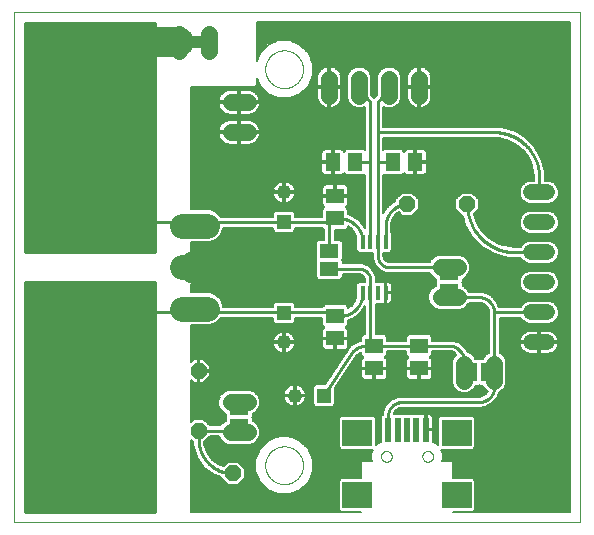
<source format=gtl>
G75*
%MOIN*%
%OFA0B0*%
%FSLAX25Y25*%
%IPPOS*%
%LPD*%
%AMOC8*
5,1,8,0,0,1.08239X$1,22.5*
%
%ADD10C,0.00000*%
%ADD11R,0.05906X0.05118*%
%ADD12R,0.05118X0.05906*%
%ADD13C,0.05600*%
%ADD14R,0.01575X0.04724*%
%ADD15OC8,0.05200*%
%ADD16C,0.35433*%
%ADD17R,0.34449X0.20472*%
%ADD18R,0.09843X0.08661*%
%ADD19R,0.01969X0.07874*%
%ADD20C,0.08400*%
%ADD21R,0.06300X0.04600*%
%ADD22C,0.05200*%
%ADD23R,0.04600X0.06300*%
%ADD24R,0.04800X0.04800*%
%ADD25C,0.04800*%
%ADD26C,0.01000*%
%ADD27C,0.03569*%
%ADD28C,0.00600*%
%ADD29C,0.04000*%
%ADD30C,0.10000*%
%ADD31C,0.11000*%
%ADD32C,0.25591*%
D10*
X0001937Y0004250D02*
X0001937Y0174210D01*
X0190638Y0174210D01*
X0190638Y0004250D01*
X0001937Y0004250D01*
X0085638Y0023250D02*
X0085640Y0023408D01*
X0085646Y0023566D01*
X0085656Y0023724D01*
X0085670Y0023882D01*
X0085688Y0024039D01*
X0085709Y0024196D01*
X0085735Y0024352D01*
X0085765Y0024508D01*
X0085798Y0024663D01*
X0085836Y0024816D01*
X0085877Y0024969D01*
X0085922Y0025121D01*
X0085971Y0025272D01*
X0086024Y0025421D01*
X0086080Y0025569D01*
X0086140Y0025715D01*
X0086204Y0025860D01*
X0086272Y0026003D01*
X0086343Y0026145D01*
X0086417Y0026285D01*
X0086495Y0026422D01*
X0086577Y0026558D01*
X0086661Y0026692D01*
X0086750Y0026823D01*
X0086841Y0026952D01*
X0086936Y0027079D01*
X0087033Y0027204D01*
X0087134Y0027326D01*
X0087238Y0027445D01*
X0087345Y0027562D01*
X0087455Y0027676D01*
X0087568Y0027787D01*
X0087683Y0027896D01*
X0087801Y0028001D01*
X0087922Y0028103D01*
X0088045Y0028203D01*
X0088171Y0028299D01*
X0088299Y0028392D01*
X0088429Y0028482D01*
X0088562Y0028568D01*
X0088697Y0028652D01*
X0088833Y0028731D01*
X0088972Y0028808D01*
X0089113Y0028880D01*
X0089255Y0028950D01*
X0089399Y0029015D01*
X0089545Y0029077D01*
X0089692Y0029135D01*
X0089841Y0029190D01*
X0089991Y0029241D01*
X0090142Y0029288D01*
X0090294Y0029331D01*
X0090447Y0029370D01*
X0090602Y0029406D01*
X0090757Y0029437D01*
X0090913Y0029465D01*
X0091069Y0029489D01*
X0091226Y0029509D01*
X0091384Y0029525D01*
X0091541Y0029537D01*
X0091700Y0029545D01*
X0091858Y0029549D01*
X0092016Y0029549D01*
X0092174Y0029545D01*
X0092333Y0029537D01*
X0092490Y0029525D01*
X0092648Y0029509D01*
X0092805Y0029489D01*
X0092961Y0029465D01*
X0093117Y0029437D01*
X0093272Y0029406D01*
X0093427Y0029370D01*
X0093580Y0029331D01*
X0093732Y0029288D01*
X0093883Y0029241D01*
X0094033Y0029190D01*
X0094182Y0029135D01*
X0094329Y0029077D01*
X0094475Y0029015D01*
X0094619Y0028950D01*
X0094761Y0028880D01*
X0094902Y0028808D01*
X0095041Y0028731D01*
X0095177Y0028652D01*
X0095312Y0028568D01*
X0095445Y0028482D01*
X0095575Y0028392D01*
X0095703Y0028299D01*
X0095829Y0028203D01*
X0095952Y0028103D01*
X0096073Y0028001D01*
X0096191Y0027896D01*
X0096306Y0027787D01*
X0096419Y0027676D01*
X0096529Y0027562D01*
X0096636Y0027445D01*
X0096740Y0027326D01*
X0096841Y0027204D01*
X0096938Y0027079D01*
X0097033Y0026952D01*
X0097124Y0026823D01*
X0097213Y0026692D01*
X0097297Y0026558D01*
X0097379Y0026422D01*
X0097457Y0026285D01*
X0097531Y0026145D01*
X0097602Y0026003D01*
X0097670Y0025860D01*
X0097734Y0025715D01*
X0097794Y0025569D01*
X0097850Y0025421D01*
X0097903Y0025272D01*
X0097952Y0025121D01*
X0097997Y0024969D01*
X0098038Y0024816D01*
X0098076Y0024663D01*
X0098109Y0024508D01*
X0098139Y0024352D01*
X0098165Y0024196D01*
X0098186Y0024039D01*
X0098204Y0023882D01*
X0098218Y0023724D01*
X0098228Y0023566D01*
X0098234Y0023408D01*
X0098236Y0023250D01*
X0098234Y0023092D01*
X0098228Y0022934D01*
X0098218Y0022776D01*
X0098204Y0022618D01*
X0098186Y0022461D01*
X0098165Y0022304D01*
X0098139Y0022148D01*
X0098109Y0021992D01*
X0098076Y0021837D01*
X0098038Y0021684D01*
X0097997Y0021531D01*
X0097952Y0021379D01*
X0097903Y0021228D01*
X0097850Y0021079D01*
X0097794Y0020931D01*
X0097734Y0020785D01*
X0097670Y0020640D01*
X0097602Y0020497D01*
X0097531Y0020355D01*
X0097457Y0020215D01*
X0097379Y0020078D01*
X0097297Y0019942D01*
X0097213Y0019808D01*
X0097124Y0019677D01*
X0097033Y0019548D01*
X0096938Y0019421D01*
X0096841Y0019296D01*
X0096740Y0019174D01*
X0096636Y0019055D01*
X0096529Y0018938D01*
X0096419Y0018824D01*
X0096306Y0018713D01*
X0096191Y0018604D01*
X0096073Y0018499D01*
X0095952Y0018397D01*
X0095829Y0018297D01*
X0095703Y0018201D01*
X0095575Y0018108D01*
X0095445Y0018018D01*
X0095312Y0017932D01*
X0095177Y0017848D01*
X0095041Y0017769D01*
X0094902Y0017692D01*
X0094761Y0017620D01*
X0094619Y0017550D01*
X0094475Y0017485D01*
X0094329Y0017423D01*
X0094182Y0017365D01*
X0094033Y0017310D01*
X0093883Y0017259D01*
X0093732Y0017212D01*
X0093580Y0017169D01*
X0093427Y0017130D01*
X0093272Y0017094D01*
X0093117Y0017063D01*
X0092961Y0017035D01*
X0092805Y0017011D01*
X0092648Y0016991D01*
X0092490Y0016975D01*
X0092333Y0016963D01*
X0092174Y0016955D01*
X0092016Y0016951D01*
X0091858Y0016951D01*
X0091700Y0016955D01*
X0091541Y0016963D01*
X0091384Y0016975D01*
X0091226Y0016991D01*
X0091069Y0017011D01*
X0090913Y0017035D01*
X0090757Y0017063D01*
X0090602Y0017094D01*
X0090447Y0017130D01*
X0090294Y0017169D01*
X0090142Y0017212D01*
X0089991Y0017259D01*
X0089841Y0017310D01*
X0089692Y0017365D01*
X0089545Y0017423D01*
X0089399Y0017485D01*
X0089255Y0017550D01*
X0089113Y0017620D01*
X0088972Y0017692D01*
X0088833Y0017769D01*
X0088697Y0017848D01*
X0088562Y0017932D01*
X0088429Y0018018D01*
X0088299Y0018108D01*
X0088171Y0018201D01*
X0088045Y0018297D01*
X0087922Y0018397D01*
X0087801Y0018499D01*
X0087683Y0018604D01*
X0087568Y0018713D01*
X0087455Y0018824D01*
X0087345Y0018938D01*
X0087238Y0019055D01*
X0087134Y0019174D01*
X0087033Y0019296D01*
X0086936Y0019421D01*
X0086841Y0019548D01*
X0086750Y0019677D01*
X0086661Y0019808D01*
X0086577Y0019942D01*
X0086495Y0020078D01*
X0086417Y0020215D01*
X0086343Y0020355D01*
X0086272Y0020497D01*
X0086204Y0020640D01*
X0086140Y0020785D01*
X0086080Y0020931D01*
X0086024Y0021079D01*
X0085971Y0021228D01*
X0085922Y0021379D01*
X0085877Y0021531D01*
X0085836Y0021684D01*
X0085798Y0021837D01*
X0085765Y0021992D01*
X0085735Y0022148D01*
X0085709Y0022304D01*
X0085688Y0022461D01*
X0085670Y0022618D01*
X0085656Y0022776D01*
X0085646Y0022934D01*
X0085640Y0023092D01*
X0085638Y0023250D01*
X0124236Y0026204D02*
X0124238Y0026288D01*
X0124244Y0026371D01*
X0124254Y0026454D01*
X0124268Y0026537D01*
X0124285Y0026619D01*
X0124307Y0026700D01*
X0124332Y0026779D01*
X0124361Y0026858D01*
X0124394Y0026935D01*
X0124430Y0027010D01*
X0124470Y0027084D01*
X0124513Y0027156D01*
X0124560Y0027225D01*
X0124610Y0027292D01*
X0124663Y0027357D01*
X0124719Y0027419D01*
X0124777Y0027479D01*
X0124839Y0027536D01*
X0124903Y0027589D01*
X0124970Y0027640D01*
X0125039Y0027687D01*
X0125110Y0027732D01*
X0125183Y0027772D01*
X0125258Y0027809D01*
X0125335Y0027843D01*
X0125413Y0027873D01*
X0125492Y0027899D01*
X0125573Y0027922D01*
X0125655Y0027940D01*
X0125737Y0027955D01*
X0125820Y0027966D01*
X0125903Y0027973D01*
X0125987Y0027976D01*
X0126071Y0027975D01*
X0126154Y0027970D01*
X0126238Y0027961D01*
X0126320Y0027948D01*
X0126402Y0027932D01*
X0126483Y0027911D01*
X0126564Y0027887D01*
X0126642Y0027859D01*
X0126720Y0027827D01*
X0126796Y0027791D01*
X0126870Y0027752D01*
X0126942Y0027710D01*
X0127012Y0027664D01*
X0127080Y0027615D01*
X0127145Y0027563D01*
X0127208Y0027508D01*
X0127268Y0027450D01*
X0127326Y0027389D01*
X0127380Y0027325D01*
X0127432Y0027259D01*
X0127480Y0027191D01*
X0127525Y0027120D01*
X0127566Y0027047D01*
X0127605Y0026973D01*
X0127639Y0026897D01*
X0127670Y0026819D01*
X0127697Y0026740D01*
X0127721Y0026659D01*
X0127740Y0026578D01*
X0127756Y0026496D01*
X0127768Y0026413D01*
X0127776Y0026329D01*
X0127780Y0026246D01*
X0127780Y0026162D01*
X0127776Y0026079D01*
X0127768Y0025995D01*
X0127756Y0025912D01*
X0127740Y0025830D01*
X0127721Y0025749D01*
X0127697Y0025668D01*
X0127670Y0025589D01*
X0127639Y0025511D01*
X0127605Y0025435D01*
X0127566Y0025361D01*
X0127525Y0025288D01*
X0127480Y0025217D01*
X0127432Y0025149D01*
X0127380Y0025083D01*
X0127326Y0025019D01*
X0127268Y0024958D01*
X0127208Y0024900D01*
X0127145Y0024845D01*
X0127080Y0024793D01*
X0127012Y0024744D01*
X0126942Y0024698D01*
X0126870Y0024656D01*
X0126796Y0024617D01*
X0126720Y0024581D01*
X0126642Y0024549D01*
X0126564Y0024521D01*
X0126483Y0024497D01*
X0126402Y0024476D01*
X0126320Y0024460D01*
X0126238Y0024447D01*
X0126154Y0024438D01*
X0126071Y0024433D01*
X0125987Y0024432D01*
X0125903Y0024435D01*
X0125820Y0024442D01*
X0125737Y0024453D01*
X0125655Y0024468D01*
X0125573Y0024486D01*
X0125492Y0024509D01*
X0125413Y0024535D01*
X0125335Y0024565D01*
X0125258Y0024599D01*
X0125183Y0024636D01*
X0125110Y0024676D01*
X0125039Y0024721D01*
X0124970Y0024768D01*
X0124903Y0024819D01*
X0124839Y0024872D01*
X0124777Y0024929D01*
X0124719Y0024989D01*
X0124663Y0025051D01*
X0124610Y0025116D01*
X0124560Y0025183D01*
X0124513Y0025252D01*
X0124470Y0025324D01*
X0124430Y0025398D01*
X0124394Y0025473D01*
X0124361Y0025550D01*
X0124332Y0025629D01*
X0124307Y0025708D01*
X0124285Y0025789D01*
X0124268Y0025871D01*
X0124254Y0025954D01*
X0124244Y0026037D01*
X0124238Y0026120D01*
X0124236Y0026204D01*
X0138015Y0026204D02*
X0138017Y0026288D01*
X0138023Y0026371D01*
X0138033Y0026454D01*
X0138047Y0026537D01*
X0138064Y0026619D01*
X0138086Y0026700D01*
X0138111Y0026779D01*
X0138140Y0026858D01*
X0138173Y0026935D01*
X0138209Y0027010D01*
X0138249Y0027084D01*
X0138292Y0027156D01*
X0138339Y0027225D01*
X0138389Y0027292D01*
X0138442Y0027357D01*
X0138498Y0027419D01*
X0138556Y0027479D01*
X0138618Y0027536D01*
X0138682Y0027589D01*
X0138749Y0027640D01*
X0138818Y0027687D01*
X0138889Y0027732D01*
X0138962Y0027772D01*
X0139037Y0027809D01*
X0139114Y0027843D01*
X0139192Y0027873D01*
X0139271Y0027899D01*
X0139352Y0027922D01*
X0139434Y0027940D01*
X0139516Y0027955D01*
X0139599Y0027966D01*
X0139682Y0027973D01*
X0139766Y0027976D01*
X0139850Y0027975D01*
X0139933Y0027970D01*
X0140017Y0027961D01*
X0140099Y0027948D01*
X0140181Y0027932D01*
X0140262Y0027911D01*
X0140343Y0027887D01*
X0140421Y0027859D01*
X0140499Y0027827D01*
X0140575Y0027791D01*
X0140649Y0027752D01*
X0140721Y0027710D01*
X0140791Y0027664D01*
X0140859Y0027615D01*
X0140924Y0027563D01*
X0140987Y0027508D01*
X0141047Y0027450D01*
X0141105Y0027389D01*
X0141159Y0027325D01*
X0141211Y0027259D01*
X0141259Y0027191D01*
X0141304Y0027120D01*
X0141345Y0027047D01*
X0141384Y0026973D01*
X0141418Y0026897D01*
X0141449Y0026819D01*
X0141476Y0026740D01*
X0141500Y0026659D01*
X0141519Y0026578D01*
X0141535Y0026496D01*
X0141547Y0026413D01*
X0141555Y0026329D01*
X0141559Y0026246D01*
X0141559Y0026162D01*
X0141555Y0026079D01*
X0141547Y0025995D01*
X0141535Y0025912D01*
X0141519Y0025830D01*
X0141500Y0025749D01*
X0141476Y0025668D01*
X0141449Y0025589D01*
X0141418Y0025511D01*
X0141384Y0025435D01*
X0141345Y0025361D01*
X0141304Y0025288D01*
X0141259Y0025217D01*
X0141211Y0025149D01*
X0141159Y0025083D01*
X0141105Y0025019D01*
X0141047Y0024958D01*
X0140987Y0024900D01*
X0140924Y0024845D01*
X0140859Y0024793D01*
X0140791Y0024744D01*
X0140721Y0024698D01*
X0140649Y0024656D01*
X0140575Y0024617D01*
X0140499Y0024581D01*
X0140421Y0024549D01*
X0140343Y0024521D01*
X0140262Y0024497D01*
X0140181Y0024476D01*
X0140099Y0024460D01*
X0140017Y0024447D01*
X0139933Y0024438D01*
X0139850Y0024433D01*
X0139766Y0024432D01*
X0139682Y0024435D01*
X0139599Y0024442D01*
X0139516Y0024453D01*
X0139434Y0024468D01*
X0139352Y0024486D01*
X0139271Y0024509D01*
X0139192Y0024535D01*
X0139114Y0024565D01*
X0139037Y0024599D01*
X0138962Y0024636D01*
X0138889Y0024676D01*
X0138818Y0024721D01*
X0138749Y0024768D01*
X0138682Y0024819D01*
X0138618Y0024872D01*
X0138556Y0024929D01*
X0138498Y0024989D01*
X0138442Y0025051D01*
X0138389Y0025116D01*
X0138339Y0025183D01*
X0138292Y0025252D01*
X0138249Y0025324D01*
X0138209Y0025398D01*
X0138173Y0025473D01*
X0138140Y0025550D01*
X0138111Y0025629D01*
X0138086Y0025708D01*
X0138064Y0025789D01*
X0138047Y0025871D01*
X0138033Y0025954D01*
X0138023Y0026037D01*
X0138017Y0026120D01*
X0138015Y0026204D01*
X0085638Y0155250D02*
X0085640Y0155408D01*
X0085646Y0155566D01*
X0085656Y0155724D01*
X0085670Y0155882D01*
X0085688Y0156039D01*
X0085709Y0156196D01*
X0085735Y0156352D01*
X0085765Y0156508D01*
X0085798Y0156663D01*
X0085836Y0156816D01*
X0085877Y0156969D01*
X0085922Y0157121D01*
X0085971Y0157272D01*
X0086024Y0157421D01*
X0086080Y0157569D01*
X0086140Y0157715D01*
X0086204Y0157860D01*
X0086272Y0158003D01*
X0086343Y0158145D01*
X0086417Y0158285D01*
X0086495Y0158422D01*
X0086577Y0158558D01*
X0086661Y0158692D01*
X0086750Y0158823D01*
X0086841Y0158952D01*
X0086936Y0159079D01*
X0087033Y0159204D01*
X0087134Y0159326D01*
X0087238Y0159445D01*
X0087345Y0159562D01*
X0087455Y0159676D01*
X0087568Y0159787D01*
X0087683Y0159896D01*
X0087801Y0160001D01*
X0087922Y0160103D01*
X0088045Y0160203D01*
X0088171Y0160299D01*
X0088299Y0160392D01*
X0088429Y0160482D01*
X0088562Y0160568D01*
X0088697Y0160652D01*
X0088833Y0160731D01*
X0088972Y0160808D01*
X0089113Y0160880D01*
X0089255Y0160950D01*
X0089399Y0161015D01*
X0089545Y0161077D01*
X0089692Y0161135D01*
X0089841Y0161190D01*
X0089991Y0161241D01*
X0090142Y0161288D01*
X0090294Y0161331D01*
X0090447Y0161370D01*
X0090602Y0161406D01*
X0090757Y0161437D01*
X0090913Y0161465D01*
X0091069Y0161489D01*
X0091226Y0161509D01*
X0091384Y0161525D01*
X0091541Y0161537D01*
X0091700Y0161545D01*
X0091858Y0161549D01*
X0092016Y0161549D01*
X0092174Y0161545D01*
X0092333Y0161537D01*
X0092490Y0161525D01*
X0092648Y0161509D01*
X0092805Y0161489D01*
X0092961Y0161465D01*
X0093117Y0161437D01*
X0093272Y0161406D01*
X0093427Y0161370D01*
X0093580Y0161331D01*
X0093732Y0161288D01*
X0093883Y0161241D01*
X0094033Y0161190D01*
X0094182Y0161135D01*
X0094329Y0161077D01*
X0094475Y0161015D01*
X0094619Y0160950D01*
X0094761Y0160880D01*
X0094902Y0160808D01*
X0095041Y0160731D01*
X0095177Y0160652D01*
X0095312Y0160568D01*
X0095445Y0160482D01*
X0095575Y0160392D01*
X0095703Y0160299D01*
X0095829Y0160203D01*
X0095952Y0160103D01*
X0096073Y0160001D01*
X0096191Y0159896D01*
X0096306Y0159787D01*
X0096419Y0159676D01*
X0096529Y0159562D01*
X0096636Y0159445D01*
X0096740Y0159326D01*
X0096841Y0159204D01*
X0096938Y0159079D01*
X0097033Y0158952D01*
X0097124Y0158823D01*
X0097213Y0158692D01*
X0097297Y0158558D01*
X0097379Y0158422D01*
X0097457Y0158285D01*
X0097531Y0158145D01*
X0097602Y0158003D01*
X0097670Y0157860D01*
X0097734Y0157715D01*
X0097794Y0157569D01*
X0097850Y0157421D01*
X0097903Y0157272D01*
X0097952Y0157121D01*
X0097997Y0156969D01*
X0098038Y0156816D01*
X0098076Y0156663D01*
X0098109Y0156508D01*
X0098139Y0156352D01*
X0098165Y0156196D01*
X0098186Y0156039D01*
X0098204Y0155882D01*
X0098218Y0155724D01*
X0098228Y0155566D01*
X0098234Y0155408D01*
X0098236Y0155250D01*
X0098234Y0155092D01*
X0098228Y0154934D01*
X0098218Y0154776D01*
X0098204Y0154618D01*
X0098186Y0154461D01*
X0098165Y0154304D01*
X0098139Y0154148D01*
X0098109Y0153992D01*
X0098076Y0153837D01*
X0098038Y0153684D01*
X0097997Y0153531D01*
X0097952Y0153379D01*
X0097903Y0153228D01*
X0097850Y0153079D01*
X0097794Y0152931D01*
X0097734Y0152785D01*
X0097670Y0152640D01*
X0097602Y0152497D01*
X0097531Y0152355D01*
X0097457Y0152215D01*
X0097379Y0152078D01*
X0097297Y0151942D01*
X0097213Y0151808D01*
X0097124Y0151677D01*
X0097033Y0151548D01*
X0096938Y0151421D01*
X0096841Y0151296D01*
X0096740Y0151174D01*
X0096636Y0151055D01*
X0096529Y0150938D01*
X0096419Y0150824D01*
X0096306Y0150713D01*
X0096191Y0150604D01*
X0096073Y0150499D01*
X0095952Y0150397D01*
X0095829Y0150297D01*
X0095703Y0150201D01*
X0095575Y0150108D01*
X0095445Y0150018D01*
X0095312Y0149932D01*
X0095177Y0149848D01*
X0095041Y0149769D01*
X0094902Y0149692D01*
X0094761Y0149620D01*
X0094619Y0149550D01*
X0094475Y0149485D01*
X0094329Y0149423D01*
X0094182Y0149365D01*
X0094033Y0149310D01*
X0093883Y0149259D01*
X0093732Y0149212D01*
X0093580Y0149169D01*
X0093427Y0149130D01*
X0093272Y0149094D01*
X0093117Y0149063D01*
X0092961Y0149035D01*
X0092805Y0149011D01*
X0092648Y0148991D01*
X0092490Y0148975D01*
X0092333Y0148963D01*
X0092174Y0148955D01*
X0092016Y0148951D01*
X0091858Y0148951D01*
X0091700Y0148955D01*
X0091541Y0148963D01*
X0091384Y0148975D01*
X0091226Y0148991D01*
X0091069Y0149011D01*
X0090913Y0149035D01*
X0090757Y0149063D01*
X0090602Y0149094D01*
X0090447Y0149130D01*
X0090294Y0149169D01*
X0090142Y0149212D01*
X0089991Y0149259D01*
X0089841Y0149310D01*
X0089692Y0149365D01*
X0089545Y0149423D01*
X0089399Y0149485D01*
X0089255Y0149550D01*
X0089113Y0149620D01*
X0088972Y0149692D01*
X0088833Y0149769D01*
X0088697Y0149848D01*
X0088562Y0149932D01*
X0088429Y0150018D01*
X0088299Y0150108D01*
X0088171Y0150201D01*
X0088045Y0150297D01*
X0087922Y0150397D01*
X0087801Y0150499D01*
X0087683Y0150604D01*
X0087568Y0150713D01*
X0087455Y0150824D01*
X0087345Y0150938D01*
X0087238Y0151055D01*
X0087134Y0151174D01*
X0087033Y0151296D01*
X0086936Y0151421D01*
X0086841Y0151548D01*
X0086750Y0151677D01*
X0086661Y0151808D01*
X0086577Y0151942D01*
X0086495Y0152078D01*
X0086417Y0152215D01*
X0086343Y0152355D01*
X0086272Y0152497D01*
X0086204Y0152640D01*
X0086140Y0152785D01*
X0086080Y0152931D01*
X0086024Y0153079D01*
X0085971Y0153228D01*
X0085922Y0153379D01*
X0085877Y0153531D01*
X0085836Y0153684D01*
X0085798Y0153837D01*
X0085765Y0153992D01*
X0085735Y0154148D01*
X0085709Y0154304D01*
X0085688Y0154461D01*
X0085670Y0154618D01*
X0085656Y0154776D01*
X0085646Y0154934D01*
X0085640Y0155092D01*
X0085638Y0155250D01*
D11*
X0108937Y0112990D03*
X0108937Y0105509D03*
X0108937Y0072990D03*
X0108937Y0065509D03*
X0121937Y0062990D03*
X0121937Y0055509D03*
X0136937Y0055509D03*
X0136937Y0062990D03*
D12*
X0135677Y0124250D03*
X0128197Y0124250D03*
X0115677Y0124250D03*
X0108197Y0124250D03*
D13*
X0106937Y0146450D02*
X0106937Y0152050D01*
X0116937Y0152050D02*
X0116937Y0146450D01*
X0126937Y0146450D02*
X0126937Y0152050D01*
X0136937Y0152050D02*
X0136937Y0146450D01*
X0079737Y0144250D02*
X0074137Y0144250D01*
X0074137Y0134250D02*
X0079737Y0134250D01*
X0066937Y0161450D02*
X0066937Y0167050D01*
X0056937Y0167050D02*
X0056937Y0161450D01*
X0144137Y0089250D02*
X0149737Y0089250D01*
X0149737Y0079250D02*
X0144137Y0079250D01*
X0151937Y0057050D02*
X0151937Y0051450D01*
X0161937Y0051450D02*
X0161937Y0057050D01*
X0079737Y0044250D02*
X0074137Y0044250D01*
X0074137Y0034250D02*
X0079737Y0034250D01*
D14*
X0118098Y0080759D03*
X0120657Y0080759D03*
X0123217Y0080759D03*
X0125776Y0080759D03*
X0125776Y0097741D03*
X0123217Y0097741D03*
X0120657Y0097741D03*
X0118098Y0097741D03*
D15*
X0132937Y0110250D03*
X0152937Y0110250D03*
X0063413Y0054729D03*
X0063413Y0034729D03*
X0074834Y0020531D03*
X0044834Y0020531D03*
D16*
X0026937Y0036750D03*
X0026937Y0141750D03*
D17*
X0026937Y0110509D03*
X0026937Y0067990D03*
D18*
X0116362Y0034078D03*
X0116362Y0013211D03*
X0149433Y0013211D03*
X0149433Y0034078D03*
D19*
X0139197Y0035062D03*
X0136047Y0035062D03*
X0132897Y0035062D03*
X0129748Y0035062D03*
X0126598Y0035062D03*
D20*
X0066137Y0075470D02*
X0057737Y0075470D01*
X0057737Y0089250D02*
X0066137Y0089250D01*
X0066137Y0103029D02*
X0057737Y0103029D01*
D21*
X0106937Y0094750D03*
X0106937Y0088750D03*
X0146937Y0087250D03*
X0146937Y0081250D03*
X0076937Y0042250D03*
X0076937Y0036250D03*
D22*
X0174337Y0064250D02*
X0179537Y0064250D01*
X0179537Y0074250D02*
X0174337Y0074250D01*
X0174337Y0084250D02*
X0179537Y0084250D01*
X0179537Y0094250D02*
X0174337Y0094250D01*
X0174337Y0104250D02*
X0179537Y0104250D01*
X0179537Y0114250D02*
X0174337Y0114250D01*
D23*
X0159937Y0054250D03*
X0153937Y0054250D03*
D24*
X0105239Y0046470D03*
X0091937Y0074050D03*
X0091937Y0104450D03*
D25*
X0091937Y0114250D03*
X0091937Y0064250D03*
X0095439Y0046470D03*
D26*
X0105239Y0046470D02*
X0105362Y0046729D01*
X0114937Y0061250D01*
X0115049Y0061359D01*
X0115163Y0061464D01*
X0115279Y0061568D01*
X0115398Y0061668D01*
X0115520Y0061765D01*
X0115644Y0061859D01*
X0115770Y0061950D01*
X0115898Y0062039D01*
X0116028Y0062123D01*
X0116161Y0062205D01*
X0116295Y0062284D01*
X0116432Y0062359D01*
X0116570Y0062430D01*
X0116709Y0062499D01*
X0116851Y0062564D01*
X0116994Y0062625D01*
X0117138Y0062683D01*
X0117284Y0062737D01*
X0117431Y0062788D01*
X0117580Y0062835D01*
X0117729Y0062879D01*
X0117880Y0062918D01*
X0118031Y0062954D01*
X0118183Y0062987D01*
X0118336Y0063015D01*
X0118490Y0063040D01*
X0118644Y0063061D01*
X0118799Y0063079D01*
X0118954Y0063092D01*
X0119109Y0063102D01*
X0119264Y0063108D01*
X0119420Y0063110D01*
X0119576Y0063108D01*
X0119731Y0063103D01*
X0119887Y0063093D01*
X0120042Y0063080D01*
X0120196Y0063063D01*
X0120351Y0063043D01*
X0120504Y0063018D01*
X0120657Y0062990D01*
X0120657Y0080759D01*
X0120657Y0085029D01*
X0120655Y0085148D01*
X0120649Y0085267D01*
X0120640Y0085386D01*
X0120626Y0085505D01*
X0120609Y0085623D01*
X0120588Y0085740D01*
X0120564Y0085857D01*
X0120535Y0085973D01*
X0120503Y0086087D01*
X0120467Y0086201D01*
X0120428Y0086314D01*
X0120385Y0086425D01*
X0120339Y0086535D01*
X0120289Y0086643D01*
X0120235Y0086750D01*
X0120178Y0086854D01*
X0120118Y0086957D01*
X0120055Y0087058D01*
X0119988Y0087157D01*
X0119918Y0087254D01*
X0119845Y0087348D01*
X0119770Y0087440D01*
X0119691Y0087530D01*
X0119609Y0087617D01*
X0119525Y0087701D01*
X0119438Y0087783D01*
X0119348Y0087862D01*
X0119256Y0087937D01*
X0119162Y0088010D01*
X0119065Y0088080D01*
X0118966Y0088147D01*
X0118865Y0088210D01*
X0118762Y0088270D01*
X0118658Y0088327D01*
X0118551Y0088381D01*
X0118443Y0088431D01*
X0118333Y0088477D01*
X0118222Y0088520D01*
X0118109Y0088559D01*
X0117995Y0088595D01*
X0117881Y0088627D01*
X0117765Y0088656D01*
X0117648Y0088680D01*
X0117531Y0088701D01*
X0117413Y0088718D01*
X0117294Y0088732D01*
X0117175Y0088741D01*
X0117056Y0088747D01*
X0116937Y0088749D01*
X0116937Y0088750D02*
X0106937Y0088750D01*
X0106937Y0094750D02*
X0106937Y0104250D01*
X0091937Y0104250D01*
X0091937Y0104450D01*
X0091937Y0104250D02*
X0066937Y0104250D01*
X0061937Y0103029D01*
X0061937Y0104250D01*
X0033197Y0104250D01*
X0026937Y0110509D01*
X0005437Y0110084D02*
X0048937Y0110084D01*
X0048937Y0109086D02*
X0005437Y0109086D01*
X0005437Y0108087D02*
X0048937Y0108087D01*
X0048937Y0107089D02*
X0005437Y0107089D01*
X0005437Y0106090D02*
X0048937Y0106090D01*
X0048937Y0105092D02*
X0005437Y0105092D01*
X0005437Y0104093D02*
X0048937Y0104093D01*
X0048937Y0103095D02*
X0005437Y0103095D01*
X0005437Y0102096D02*
X0048937Y0102096D01*
X0048937Y0101098D02*
X0005437Y0101098D01*
X0005437Y0100099D02*
X0048937Y0100099D01*
X0048937Y0099101D02*
X0005437Y0099101D01*
X0005437Y0098102D02*
X0048937Y0098102D01*
X0048937Y0097104D02*
X0005437Y0097104D01*
X0005437Y0096105D02*
X0048937Y0096105D01*
X0048937Y0095107D02*
X0005437Y0095107D01*
X0005437Y0094250D02*
X0005437Y0170710D01*
X0048937Y0170710D01*
X0048937Y0094250D01*
X0005437Y0094250D01*
X0005437Y0084250D02*
X0048937Y0084250D01*
X0048937Y0007750D01*
X0005437Y0007750D01*
X0005437Y0084250D01*
X0005437Y0084123D02*
X0048937Y0084123D01*
X0048937Y0083125D02*
X0005437Y0083125D01*
X0005437Y0082126D02*
X0048937Y0082126D01*
X0048937Y0081128D02*
X0005437Y0081128D01*
X0005437Y0080129D02*
X0048937Y0080129D01*
X0048937Y0079131D02*
X0005437Y0079131D01*
X0005437Y0078132D02*
X0048937Y0078132D01*
X0048937Y0077134D02*
X0005437Y0077134D01*
X0005437Y0076135D02*
X0048937Y0076135D01*
X0048937Y0075137D02*
X0005437Y0075137D01*
X0005437Y0074138D02*
X0048937Y0074138D01*
X0048937Y0073139D02*
X0005437Y0073139D01*
X0005437Y0072141D02*
X0048937Y0072141D01*
X0048937Y0071142D02*
X0005437Y0071142D01*
X0005437Y0070144D02*
X0048937Y0070144D01*
X0048937Y0069145D02*
X0005437Y0069145D01*
X0005437Y0068147D02*
X0048937Y0068147D01*
X0048937Y0067148D02*
X0005437Y0067148D01*
X0005437Y0066150D02*
X0048937Y0066150D01*
X0048937Y0065151D02*
X0005437Y0065151D01*
X0005437Y0064153D02*
X0048937Y0064153D01*
X0048937Y0063154D02*
X0005437Y0063154D01*
X0005437Y0062156D02*
X0048937Y0062156D01*
X0048937Y0061157D02*
X0005437Y0061157D01*
X0005437Y0060159D02*
X0048937Y0060159D01*
X0048937Y0059160D02*
X0005437Y0059160D01*
X0005437Y0058162D02*
X0048937Y0058162D01*
X0048937Y0057163D02*
X0005437Y0057163D01*
X0005437Y0056165D02*
X0048937Y0056165D01*
X0048937Y0055166D02*
X0005437Y0055166D01*
X0005437Y0054168D02*
X0048937Y0054168D01*
X0048937Y0053169D02*
X0005437Y0053169D01*
X0005437Y0052171D02*
X0048937Y0052171D01*
X0048937Y0051172D02*
X0005437Y0051172D01*
X0005437Y0050174D02*
X0048937Y0050174D01*
X0048937Y0049175D02*
X0005437Y0049175D01*
X0005437Y0048177D02*
X0048937Y0048177D01*
X0048937Y0047178D02*
X0005437Y0047178D01*
X0005437Y0046180D02*
X0048937Y0046180D01*
X0048937Y0045181D02*
X0005437Y0045181D01*
X0005437Y0044183D02*
X0048937Y0044183D01*
X0048937Y0043184D02*
X0005437Y0043184D01*
X0005437Y0042186D02*
X0048937Y0042186D01*
X0048937Y0041187D02*
X0005437Y0041187D01*
X0005437Y0040189D02*
X0048937Y0040189D01*
X0048937Y0039190D02*
X0005437Y0039190D01*
X0005437Y0038192D02*
X0048937Y0038192D01*
X0048937Y0037193D02*
X0005437Y0037193D01*
X0005437Y0036195D02*
X0048937Y0036195D01*
X0048937Y0035196D02*
X0005437Y0035196D01*
X0005437Y0034198D02*
X0048937Y0034198D01*
X0048937Y0033199D02*
X0005437Y0033199D01*
X0005437Y0032201D02*
X0048937Y0032201D01*
X0048937Y0031202D02*
X0005437Y0031202D01*
X0005437Y0030204D02*
X0048937Y0030204D01*
X0048937Y0029205D02*
X0005437Y0029205D01*
X0005437Y0028206D02*
X0048937Y0028206D01*
X0048937Y0027208D02*
X0005437Y0027208D01*
X0005437Y0026209D02*
X0048937Y0026209D01*
X0048937Y0025211D02*
X0005437Y0025211D01*
X0005437Y0024212D02*
X0048937Y0024212D01*
X0048937Y0023214D02*
X0005437Y0023214D01*
X0005437Y0022215D02*
X0048937Y0022215D01*
X0048937Y0021217D02*
X0005437Y0021217D01*
X0005437Y0020218D02*
X0048937Y0020218D01*
X0048937Y0019220D02*
X0005437Y0019220D01*
X0005437Y0018221D02*
X0048937Y0018221D01*
X0048937Y0017223D02*
X0005437Y0017223D01*
X0005437Y0016224D02*
X0048937Y0016224D01*
X0048937Y0015226D02*
X0005437Y0015226D01*
X0005437Y0014227D02*
X0048937Y0014227D01*
X0048937Y0013229D02*
X0005437Y0013229D01*
X0005437Y0012230D02*
X0048937Y0012230D01*
X0048937Y0011232D02*
X0005437Y0011232D01*
X0005437Y0010233D02*
X0048937Y0010233D01*
X0048937Y0009235D02*
X0005437Y0009235D01*
X0005437Y0008236D02*
X0048937Y0008236D01*
X0063413Y0031952D02*
X0063413Y0034729D01*
X0076937Y0034729D01*
X0076937Y0034250D01*
X0076937Y0036250D01*
X0063413Y0031952D02*
X0063416Y0031676D01*
X0063426Y0031400D01*
X0063443Y0031125D01*
X0063466Y0030850D01*
X0063496Y0030575D01*
X0063533Y0030302D01*
X0063576Y0030029D01*
X0063626Y0029758D01*
X0063682Y0029488D01*
X0063745Y0029219D01*
X0063814Y0028952D01*
X0063890Y0028686D01*
X0063972Y0028423D01*
X0064060Y0028161D01*
X0064155Y0027902D01*
X0064256Y0027645D01*
X0064363Y0027391D01*
X0064477Y0027139D01*
X0064596Y0026890D01*
X0064721Y0026644D01*
X0064852Y0026402D01*
X0064989Y0026162D01*
X0065132Y0025926D01*
X0065281Y0025693D01*
X0065435Y0025464D01*
X0065594Y0025239D01*
X0065759Y0025018D01*
X0065929Y0024800D01*
X0066105Y0024587D01*
X0066285Y0024378D01*
X0066471Y0024174D01*
X0066661Y0023974D01*
X0066856Y0023779D01*
X0067056Y0023589D01*
X0067260Y0023403D01*
X0067469Y0023223D01*
X0067682Y0023047D01*
X0067900Y0022877D01*
X0068121Y0022712D01*
X0068346Y0022553D01*
X0068575Y0022399D01*
X0068808Y0022250D01*
X0069044Y0022107D01*
X0069284Y0021970D01*
X0069526Y0021839D01*
X0069772Y0021714D01*
X0070021Y0021595D01*
X0070273Y0021481D01*
X0070527Y0021374D01*
X0070784Y0021273D01*
X0071043Y0021178D01*
X0071305Y0021090D01*
X0071568Y0021008D01*
X0071834Y0020932D01*
X0072101Y0020863D01*
X0072370Y0020800D01*
X0072640Y0020744D01*
X0072911Y0020694D01*
X0073184Y0020651D01*
X0073457Y0020614D01*
X0073732Y0020584D01*
X0074007Y0020561D01*
X0074282Y0020544D01*
X0074558Y0020534D01*
X0074834Y0020531D01*
X0076937Y0042250D02*
X0076937Y0044250D01*
X0106937Y0074250D02*
X0108937Y0072990D01*
X0110330Y0072990D01*
X0106937Y0074250D02*
X0091937Y0074250D01*
X0091937Y0074050D01*
X0091937Y0074250D02*
X0068157Y0074250D01*
X0068045Y0074177D01*
X0067932Y0074108D01*
X0067817Y0074043D01*
X0067699Y0073980D01*
X0067580Y0073922D01*
X0067459Y0073866D01*
X0067337Y0073815D01*
X0067213Y0073767D01*
X0067088Y0073723D01*
X0066961Y0073682D01*
X0066834Y0073645D01*
X0066705Y0073612D01*
X0066575Y0073583D01*
X0066445Y0073558D01*
X0066314Y0073536D01*
X0066182Y0073519D01*
X0066050Y0073505D01*
X0065918Y0073496D01*
X0065785Y0073490D01*
X0065652Y0073488D01*
X0065519Y0073490D01*
X0065387Y0073496D01*
X0065254Y0073506D01*
X0065122Y0073520D01*
X0064990Y0073538D01*
X0064859Y0073560D01*
X0064729Y0073585D01*
X0064599Y0073615D01*
X0064471Y0073648D01*
X0064343Y0073685D01*
X0064217Y0073726D01*
X0064092Y0073770D01*
X0063968Y0073818D01*
X0063846Y0073870D01*
X0063725Y0073926D01*
X0063606Y0073985D01*
X0063489Y0074047D01*
X0063374Y0074113D01*
X0063260Y0074183D01*
X0063149Y0074255D01*
X0063040Y0074331D01*
X0062933Y0074410D01*
X0062829Y0074493D01*
X0062727Y0074578D01*
X0062628Y0074666D01*
X0062532Y0074758D01*
X0062438Y0074852D01*
X0062347Y0074948D01*
X0062259Y0075048D01*
X0062174Y0075150D01*
X0062091Y0075254D01*
X0062013Y0075361D01*
X0061937Y0075470D01*
X0061937Y0074250D01*
X0026937Y0074250D01*
X0005437Y0111083D02*
X0048937Y0111083D01*
X0048937Y0112081D02*
X0005437Y0112081D01*
X0005437Y0113080D02*
X0048937Y0113080D01*
X0048937Y0114078D02*
X0005437Y0114078D01*
X0005437Y0115077D02*
X0048937Y0115077D01*
X0048937Y0116075D02*
X0005437Y0116075D01*
X0005437Y0117074D02*
X0048937Y0117074D01*
X0048937Y0118073D02*
X0005437Y0118073D01*
X0005437Y0119071D02*
X0048937Y0119071D01*
X0048937Y0120070D02*
X0005437Y0120070D01*
X0005437Y0121068D02*
X0048937Y0121068D01*
X0048937Y0122067D02*
X0005437Y0122067D01*
X0005437Y0123065D02*
X0048937Y0123065D01*
X0048937Y0124064D02*
X0005437Y0124064D01*
X0005437Y0125062D02*
X0048937Y0125062D01*
X0048937Y0126061D02*
X0005437Y0126061D01*
X0005437Y0127059D02*
X0048937Y0127059D01*
X0048937Y0128058D02*
X0005437Y0128058D01*
X0005437Y0129056D02*
X0048937Y0129056D01*
X0048937Y0130055D02*
X0005437Y0130055D01*
X0005437Y0131053D02*
X0048937Y0131053D01*
X0048937Y0132052D02*
X0005437Y0132052D01*
X0005437Y0133050D02*
X0048937Y0133050D01*
X0048937Y0134049D02*
X0005437Y0134049D01*
X0005437Y0135047D02*
X0048937Y0135047D01*
X0048937Y0136046D02*
X0005437Y0136046D01*
X0005437Y0137044D02*
X0048937Y0137044D01*
X0048937Y0138043D02*
X0005437Y0138043D01*
X0005437Y0139041D02*
X0048937Y0139041D01*
X0048937Y0140040D02*
X0005437Y0140040D01*
X0005437Y0141038D02*
X0048937Y0141038D01*
X0048937Y0142037D02*
X0005437Y0142037D01*
X0005437Y0143035D02*
X0048937Y0143035D01*
X0048937Y0144034D02*
X0005437Y0144034D01*
X0005437Y0145032D02*
X0048937Y0145032D01*
X0048937Y0146031D02*
X0005437Y0146031D01*
X0005437Y0147029D02*
X0048937Y0147029D01*
X0048937Y0148028D02*
X0005437Y0148028D01*
X0005437Y0149026D02*
X0048937Y0149026D01*
X0048937Y0150025D02*
X0005437Y0150025D01*
X0005437Y0151023D02*
X0048937Y0151023D01*
X0048937Y0152022D02*
X0005437Y0152022D01*
X0005437Y0153020D02*
X0048937Y0153020D01*
X0048937Y0154019D02*
X0005437Y0154019D01*
X0005437Y0155017D02*
X0048937Y0155017D01*
X0048937Y0156016D02*
X0005437Y0156016D01*
X0005437Y0157014D02*
X0048937Y0157014D01*
X0048937Y0158013D02*
X0005437Y0158013D01*
X0005437Y0159011D02*
X0048937Y0159011D01*
X0048937Y0160010D02*
X0005437Y0160010D01*
X0005437Y0161008D02*
X0048937Y0161008D01*
X0048937Y0162007D02*
X0005437Y0162007D01*
X0005437Y0163006D02*
X0048937Y0163006D01*
X0048937Y0164004D02*
X0005437Y0164004D01*
X0005437Y0165003D02*
X0048937Y0165003D01*
X0048937Y0166001D02*
X0005437Y0166001D01*
X0005437Y0167000D02*
X0048937Y0167000D01*
X0048937Y0167998D02*
X0005437Y0167998D01*
X0005437Y0168997D02*
X0048937Y0168997D01*
X0048937Y0169995D02*
X0005437Y0169995D01*
X0106937Y0104250D02*
X0108937Y0105509D01*
X0110330Y0105509D01*
X0110330Y0105510D02*
X0110518Y0105508D01*
X0110705Y0105501D01*
X0110893Y0105490D01*
X0111080Y0105474D01*
X0111266Y0105453D01*
X0111453Y0105428D01*
X0111638Y0105399D01*
X0111823Y0105365D01*
X0112006Y0105327D01*
X0112189Y0105284D01*
X0112371Y0105237D01*
X0112552Y0105186D01*
X0112731Y0105130D01*
X0112909Y0105070D01*
X0113085Y0105005D01*
X0113260Y0104936D01*
X0113433Y0104864D01*
X0113604Y0104787D01*
X0113773Y0104705D01*
X0113940Y0104620D01*
X0114106Y0104531D01*
X0114269Y0104438D01*
X0114429Y0104341D01*
X0114588Y0104240D01*
X0114743Y0104135D01*
X0114897Y0104026D01*
X0115047Y0103914D01*
X0115195Y0103798D01*
X0115340Y0103679D01*
X0115482Y0103556D01*
X0115621Y0103430D01*
X0115757Y0103300D01*
X0115889Y0103168D01*
X0116019Y0103032D01*
X0116145Y0102893D01*
X0116268Y0102751D01*
X0116387Y0102606D01*
X0116503Y0102458D01*
X0116615Y0102308D01*
X0116724Y0102154D01*
X0116829Y0101999D01*
X0116930Y0101840D01*
X0117027Y0101680D01*
X0117120Y0101517D01*
X0117209Y0101351D01*
X0117294Y0101184D01*
X0117376Y0101015D01*
X0117453Y0100844D01*
X0117525Y0100671D01*
X0117594Y0100496D01*
X0117659Y0100320D01*
X0117719Y0100142D01*
X0117775Y0099963D01*
X0117826Y0099782D01*
X0117873Y0099600D01*
X0117916Y0099417D01*
X0117954Y0099234D01*
X0117988Y0099049D01*
X0118017Y0098864D01*
X0118042Y0098677D01*
X0118063Y0098491D01*
X0118079Y0098304D01*
X0118090Y0098116D01*
X0118097Y0097929D01*
X0118099Y0097741D01*
X0118098Y0097741D02*
X0118098Y0098088D01*
X0120657Y0097741D02*
X0120657Y0124250D01*
X0115677Y0124250D01*
X0120657Y0124250D02*
X0120657Y0144250D01*
X0116937Y0149250D01*
X0123217Y0144250D02*
X0126937Y0149250D01*
X0123217Y0144250D02*
X0123217Y0134250D01*
X0161937Y0134250D01*
X0162299Y0134246D01*
X0162662Y0134232D01*
X0163024Y0134211D01*
X0163385Y0134180D01*
X0163745Y0134141D01*
X0164104Y0134093D01*
X0164462Y0134036D01*
X0164819Y0133971D01*
X0165174Y0133897D01*
X0165527Y0133814D01*
X0165878Y0133723D01*
X0166226Y0133624D01*
X0166572Y0133516D01*
X0166916Y0133400D01*
X0167256Y0133275D01*
X0167593Y0133143D01*
X0167927Y0133002D01*
X0168258Y0132853D01*
X0168585Y0132696D01*
X0168908Y0132532D01*
X0169227Y0132360D01*
X0169541Y0132180D01*
X0169852Y0131992D01*
X0170157Y0131797D01*
X0170458Y0131595D01*
X0170754Y0131385D01*
X0171044Y0131169D01*
X0171330Y0130945D01*
X0171610Y0130715D01*
X0171884Y0130478D01*
X0172152Y0130234D01*
X0172415Y0129984D01*
X0172671Y0129728D01*
X0172921Y0129465D01*
X0173165Y0129197D01*
X0173402Y0128923D01*
X0173632Y0128643D01*
X0173856Y0128357D01*
X0174072Y0128067D01*
X0174282Y0127771D01*
X0174484Y0127470D01*
X0174679Y0127165D01*
X0174867Y0126854D01*
X0175047Y0126540D01*
X0175219Y0126221D01*
X0175383Y0125898D01*
X0175540Y0125571D01*
X0175689Y0125240D01*
X0175830Y0124906D01*
X0175962Y0124569D01*
X0176087Y0124229D01*
X0176203Y0123885D01*
X0176311Y0123539D01*
X0176410Y0123191D01*
X0176501Y0122840D01*
X0176584Y0122487D01*
X0176658Y0122132D01*
X0176723Y0121775D01*
X0176780Y0121417D01*
X0176828Y0121058D01*
X0176867Y0120698D01*
X0176898Y0120337D01*
X0176919Y0119975D01*
X0176933Y0119612D01*
X0176937Y0119250D01*
X0176937Y0114250D01*
X0168937Y0094250D02*
X0168550Y0094255D01*
X0168164Y0094269D01*
X0167778Y0094292D01*
X0167393Y0094325D01*
X0167008Y0094367D01*
X0166625Y0094418D01*
X0166243Y0094478D01*
X0165863Y0094548D01*
X0165484Y0094627D01*
X0165108Y0094715D01*
X0164734Y0094812D01*
X0164362Y0094918D01*
X0163993Y0095033D01*
X0163626Y0095157D01*
X0163263Y0095290D01*
X0162903Y0095431D01*
X0162547Y0095581D01*
X0162195Y0095740D01*
X0161846Y0095907D01*
X0161501Y0096083D01*
X0161161Y0096267D01*
X0160826Y0096458D01*
X0160495Y0096659D01*
X0160169Y0096866D01*
X0159848Y0097082D01*
X0159532Y0097306D01*
X0159222Y0097537D01*
X0158918Y0097775D01*
X0158620Y0098021D01*
X0158327Y0098274D01*
X0158041Y0098534D01*
X0157761Y0098800D01*
X0157487Y0099074D01*
X0157221Y0099354D01*
X0156961Y0099640D01*
X0156708Y0099933D01*
X0156462Y0100231D01*
X0156224Y0100535D01*
X0155993Y0100845D01*
X0155769Y0101161D01*
X0155553Y0101482D01*
X0155346Y0101808D01*
X0155145Y0102139D01*
X0154954Y0102474D01*
X0154770Y0102814D01*
X0154594Y0103159D01*
X0154427Y0103508D01*
X0154268Y0103860D01*
X0154118Y0104216D01*
X0153977Y0104576D01*
X0153844Y0104939D01*
X0153720Y0105306D01*
X0153605Y0105675D01*
X0153499Y0106047D01*
X0153402Y0106421D01*
X0153314Y0106797D01*
X0153235Y0107176D01*
X0153165Y0107556D01*
X0153105Y0107938D01*
X0153054Y0108321D01*
X0153012Y0108706D01*
X0152979Y0109091D01*
X0152956Y0109477D01*
X0152942Y0109863D01*
X0152937Y0110250D01*
X0168937Y0094250D02*
X0176937Y0094250D01*
X0156937Y0079250D02*
X0146937Y0079250D01*
X0146937Y0081250D01*
X0146937Y0087250D02*
X0146937Y0089250D01*
X0126937Y0089250D01*
X0126818Y0089252D01*
X0126699Y0089258D01*
X0126580Y0089267D01*
X0126461Y0089281D01*
X0126343Y0089298D01*
X0126226Y0089319D01*
X0126109Y0089343D01*
X0125993Y0089372D01*
X0125879Y0089404D01*
X0125765Y0089440D01*
X0125652Y0089479D01*
X0125541Y0089522D01*
X0125431Y0089568D01*
X0125323Y0089618D01*
X0125216Y0089672D01*
X0125112Y0089729D01*
X0125009Y0089789D01*
X0124908Y0089852D01*
X0124809Y0089919D01*
X0124712Y0089989D01*
X0124618Y0090062D01*
X0124526Y0090137D01*
X0124436Y0090216D01*
X0124349Y0090298D01*
X0124265Y0090382D01*
X0124183Y0090469D01*
X0124104Y0090559D01*
X0124029Y0090651D01*
X0123956Y0090745D01*
X0123886Y0090842D01*
X0123819Y0090941D01*
X0123756Y0091042D01*
X0123696Y0091145D01*
X0123639Y0091249D01*
X0123585Y0091356D01*
X0123535Y0091464D01*
X0123489Y0091574D01*
X0123446Y0091685D01*
X0123407Y0091798D01*
X0123371Y0091912D01*
X0123339Y0092026D01*
X0123310Y0092142D01*
X0123286Y0092259D01*
X0123265Y0092376D01*
X0123248Y0092494D01*
X0123234Y0092613D01*
X0123225Y0092732D01*
X0123219Y0092851D01*
X0123217Y0092970D01*
X0123217Y0097741D01*
X0123217Y0124250D01*
X0128197Y0124250D01*
X0123217Y0124250D02*
X0123217Y0134250D01*
X0125776Y0103088D02*
X0125776Y0097741D01*
X0125776Y0098088D01*
X0125776Y0103088D02*
X0125778Y0103261D01*
X0125784Y0103434D01*
X0125795Y0103607D01*
X0125809Y0103779D01*
X0125828Y0103951D01*
X0125851Y0104123D01*
X0125878Y0104294D01*
X0125909Y0104464D01*
X0125945Y0104633D01*
X0125984Y0104802D01*
X0126028Y0104969D01*
X0126075Y0105136D01*
X0126126Y0105301D01*
X0126182Y0105465D01*
X0126241Y0105627D01*
X0126305Y0105788D01*
X0126372Y0105948D01*
X0126443Y0106106D01*
X0126518Y0106262D01*
X0126596Y0106416D01*
X0126679Y0106568D01*
X0126764Y0106718D01*
X0126854Y0106866D01*
X0126947Y0107012D01*
X0127044Y0107156D01*
X0127144Y0107297D01*
X0127247Y0107436D01*
X0127354Y0107572D01*
X0127464Y0107706D01*
X0127577Y0107837D01*
X0127693Y0107965D01*
X0127813Y0108090D01*
X0127935Y0108212D01*
X0128060Y0108332D01*
X0128188Y0108448D01*
X0128319Y0108561D01*
X0128453Y0108671D01*
X0128589Y0108778D01*
X0128728Y0108881D01*
X0128869Y0108981D01*
X0129013Y0109078D01*
X0129159Y0109171D01*
X0129307Y0109261D01*
X0129457Y0109346D01*
X0129609Y0109429D01*
X0129763Y0109507D01*
X0129919Y0109582D01*
X0130077Y0109653D01*
X0130237Y0109720D01*
X0130398Y0109784D01*
X0130560Y0109843D01*
X0130724Y0109899D01*
X0130889Y0109950D01*
X0131056Y0109997D01*
X0131223Y0110041D01*
X0131392Y0110080D01*
X0131561Y0110116D01*
X0131731Y0110147D01*
X0131902Y0110174D01*
X0132074Y0110197D01*
X0132246Y0110216D01*
X0132418Y0110230D01*
X0132591Y0110241D01*
X0132764Y0110247D01*
X0132937Y0110249D01*
X0118099Y0080759D02*
X0118097Y0080571D01*
X0118090Y0080384D01*
X0118079Y0080196D01*
X0118063Y0080009D01*
X0118042Y0079823D01*
X0118017Y0079636D01*
X0117988Y0079451D01*
X0117954Y0079266D01*
X0117916Y0079083D01*
X0117873Y0078900D01*
X0117826Y0078718D01*
X0117775Y0078537D01*
X0117719Y0078358D01*
X0117659Y0078180D01*
X0117594Y0078004D01*
X0117525Y0077829D01*
X0117453Y0077656D01*
X0117376Y0077485D01*
X0117294Y0077316D01*
X0117209Y0077149D01*
X0117120Y0076983D01*
X0117027Y0076820D01*
X0116930Y0076660D01*
X0116829Y0076501D01*
X0116724Y0076346D01*
X0116615Y0076192D01*
X0116503Y0076042D01*
X0116387Y0075894D01*
X0116268Y0075749D01*
X0116145Y0075607D01*
X0116019Y0075468D01*
X0115889Y0075332D01*
X0115757Y0075200D01*
X0115621Y0075070D01*
X0115482Y0074944D01*
X0115340Y0074821D01*
X0115195Y0074702D01*
X0115047Y0074586D01*
X0114897Y0074474D01*
X0114743Y0074365D01*
X0114588Y0074260D01*
X0114429Y0074159D01*
X0114269Y0074062D01*
X0114106Y0073969D01*
X0113940Y0073880D01*
X0113773Y0073795D01*
X0113604Y0073713D01*
X0113433Y0073636D01*
X0113260Y0073564D01*
X0113085Y0073495D01*
X0112909Y0073430D01*
X0112731Y0073370D01*
X0112552Y0073314D01*
X0112371Y0073263D01*
X0112189Y0073216D01*
X0112006Y0073173D01*
X0111823Y0073135D01*
X0111638Y0073101D01*
X0111453Y0073072D01*
X0111266Y0073047D01*
X0111080Y0073026D01*
X0110893Y0073010D01*
X0110705Y0072999D01*
X0110518Y0072992D01*
X0110330Y0072990D01*
X0120657Y0062990D02*
X0121937Y0062990D01*
X0136937Y0062990D01*
X0148197Y0062990D01*
X0148347Y0062928D01*
X0148495Y0062862D01*
X0148642Y0062792D01*
X0148787Y0062719D01*
X0148931Y0062643D01*
X0149072Y0062563D01*
X0149212Y0062480D01*
X0149349Y0062393D01*
X0149484Y0062303D01*
X0149618Y0062210D01*
X0149748Y0062114D01*
X0149877Y0062014D01*
X0150003Y0061912D01*
X0150126Y0061806D01*
X0150247Y0061698D01*
X0150365Y0061587D01*
X0150481Y0061472D01*
X0150594Y0061355D01*
X0150703Y0061236D01*
X0150810Y0061113D01*
X0150914Y0060989D01*
X0151015Y0060861D01*
X0151113Y0060732D01*
X0151208Y0060599D01*
X0151299Y0060465D01*
X0151387Y0060329D01*
X0151472Y0060190D01*
X0151553Y0060050D01*
X0151631Y0059907D01*
X0151706Y0059763D01*
X0151777Y0059617D01*
X0151845Y0059469D01*
X0151908Y0059320D01*
X0151969Y0059169D01*
X0152025Y0059017D01*
X0152078Y0058863D01*
X0152127Y0058708D01*
X0152173Y0058552D01*
X0152215Y0058395D01*
X0152252Y0058237D01*
X0152286Y0058078D01*
X0152317Y0057919D01*
X0152343Y0057759D01*
X0152365Y0057598D01*
X0152384Y0057436D01*
X0152399Y0057274D01*
X0152409Y0057112D01*
X0152416Y0056950D01*
X0152419Y0056788D01*
X0152418Y0056625D01*
X0152413Y0056463D01*
X0152404Y0056301D01*
X0152391Y0056139D01*
X0152374Y0055977D01*
X0152354Y0055816D01*
X0152329Y0055655D01*
X0152301Y0055496D01*
X0152269Y0055336D01*
X0152233Y0055178D01*
X0152193Y0055020D01*
X0152149Y0054864D01*
X0152102Y0054709D01*
X0152050Y0054555D01*
X0151995Y0054402D01*
X0151937Y0054250D01*
X0153937Y0054250D01*
X0161937Y0049900D02*
X0161949Y0049761D01*
X0161957Y0049621D01*
X0161961Y0049481D01*
X0161962Y0049341D01*
X0161958Y0049201D01*
X0161951Y0049061D01*
X0161939Y0048922D01*
X0161924Y0048783D01*
X0161905Y0048644D01*
X0161883Y0048506D01*
X0161856Y0048368D01*
X0161826Y0048232D01*
X0161792Y0048096D01*
X0161754Y0047961D01*
X0161712Y0047828D01*
X0161667Y0047695D01*
X0161619Y0047564D01*
X0161566Y0047434D01*
X0161510Y0047306D01*
X0161451Y0047179D01*
X0161388Y0047054D01*
X0161321Y0046931D01*
X0161252Y0046810D01*
X0161179Y0046690D01*
X0161102Y0046573D01*
X0161023Y0046458D01*
X0160940Y0046345D01*
X0160855Y0046234D01*
X0160766Y0046126D01*
X0160674Y0046020D01*
X0160580Y0045917D01*
X0160482Y0045816D01*
X0160382Y0045719D01*
X0160279Y0045624D01*
X0160174Y0045531D01*
X0160066Y0045442D01*
X0159956Y0045356D01*
X0159843Y0045273D01*
X0159728Y0045193D01*
X0159611Y0045116D01*
X0159492Y0045042D01*
X0159371Y0044972D01*
X0159248Y0044905D01*
X0159124Y0044842D01*
X0158997Y0044782D01*
X0158869Y0044725D01*
X0158739Y0044672D01*
X0158608Y0044623D01*
X0158476Y0044577D01*
X0158343Y0044535D01*
X0158208Y0044497D01*
X0158073Y0044462D01*
X0157936Y0044431D01*
X0157799Y0044404D01*
X0157661Y0044381D01*
X0157522Y0044361D01*
X0157383Y0044346D01*
X0156937Y0044250D01*
X0130937Y0044250D01*
X0130937Y0044249D02*
X0130807Y0044247D01*
X0130678Y0044241D01*
X0130548Y0044231D01*
X0130419Y0044218D01*
X0130291Y0044200D01*
X0130163Y0044179D01*
X0130036Y0044153D01*
X0129909Y0044124D01*
X0129784Y0044091D01*
X0129660Y0044055D01*
X0129536Y0044014D01*
X0129414Y0043970D01*
X0129294Y0043922D01*
X0129175Y0043871D01*
X0129057Y0043816D01*
X0128941Y0043757D01*
X0128828Y0043695D01*
X0128716Y0043630D01*
X0128606Y0043561D01*
X0128498Y0043489D01*
X0128392Y0043414D01*
X0128289Y0043335D01*
X0128188Y0043254D01*
X0128090Y0043169D01*
X0127994Y0043082D01*
X0127901Y0042991D01*
X0127810Y0042898D01*
X0127723Y0042802D01*
X0127638Y0042704D01*
X0127557Y0042603D01*
X0127478Y0042500D01*
X0127403Y0042394D01*
X0127331Y0042286D01*
X0127262Y0042176D01*
X0127197Y0042064D01*
X0127135Y0041951D01*
X0127076Y0041835D01*
X0127021Y0041717D01*
X0126970Y0041598D01*
X0126922Y0041478D01*
X0126878Y0041356D01*
X0126837Y0041232D01*
X0126801Y0041108D01*
X0126768Y0040983D01*
X0126739Y0040856D01*
X0126713Y0040729D01*
X0126692Y0040601D01*
X0126674Y0040473D01*
X0126661Y0040344D01*
X0126651Y0040214D01*
X0126645Y0040085D01*
X0126643Y0039955D01*
X0126598Y0035062D01*
X0159937Y0054250D02*
X0161937Y0054250D01*
X0161937Y0074250D01*
X0176937Y0074250D01*
X0161937Y0074250D02*
X0161935Y0074390D01*
X0161929Y0074530D01*
X0161919Y0074670D01*
X0161906Y0074810D01*
X0161888Y0074949D01*
X0161866Y0075088D01*
X0161841Y0075225D01*
X0161812Y0075363D01*
X0161779Y0075499D01*
X0161742Y0075634D01*
X0161701Y0075768D01*
X0161656Y0075901D01*
X0161608Y0076033D01*
X0161556Y0076163D01*
X0161501Y0076292D01*
X0161442Y0076419D01*
X0161379Y0076545D01*
X0161313Y0076669D01*
X0161244Y0076790D01*
X0161171Y0076910D01*
X0161094Y0077028D01*
X0161015Y0077143D01*
X0160932Y0077257D01*
X0160846Y0077367D01*
X0160757Y0077476D01*
X0160665Y0077582D01*
X0160570Y0077685D01*
X0160473Y0077786D01*
X0160372Y0077883D01*
X0160269Y0077978D01*
X0160163Y0078070D01*
X0160054Y0078159D01*
X0159944Y0078245D01*
X0159830Y0078328D01*
X0159715Y0078407D01*
X0159597Y0078484D01*
X0159477Y0078557D01*
X0159356Y0078626D01*
X0159232Y0078692D01*
X0159106Y0078755D01*
X0158979Y0078814D01*
X0158850Y0078869D01*
X0158720Y0078921D01*
X0158588Y0078969D01*
X0158455Y0079014D01*
X0158321Y0079055D01*
X0158186Y0079092D01*
X0158050Y0079125D01*
X0157912Y0079154D01*
X0157775Y0079179D01*
X0157636Y0079201D01*
X0157497Y0079219D01*
X0157357Y0079232D01*
X0157217Y0079242D01*
X0157077Y0079248D01*
X0156937Y0079250D01*
X0161937Y0054250D02*
X0161937Y0049900D01*
D27*
X0125776Y0071452D03*
X0125776Y0075452D03*
X0041937Y0059250D03*
X0036937Y0059250D03*
X0031937Y0059250D03*
X0026937Y0059250D03*
X0021937Y0059250D03*
X0016937Y0059250D03*
X0011937Y0059250D03*
X0011937Y0054250D03*
X0041937Y0054250D03*
X0041937Y0119250D03*
X0041937Y0124250D03*
X0036937Y0119250D03*
X0031937Y0119250D03*
X0026937Y0119250D03*
X0021937Y0119250D03*
X0016937Y0119250D03*
X0011937Y0119250D03*
X0011937Y0124250D03*
D28*
X0011937Y0119250D01*
X0015677Y0110509D01*
X0026937Y0110509D01*
X0028197Y0110509D01*
X0031937Y0119250D01*
X0041937Y0124250D01*
X0041937Y0119250D02*
X0036937Y0119250D01*
X0033197Y0110509D01*
X0026937Y0110509D01*
X0038197Y0110509D01*
X0041937Y0119250D01*
X0026937Y0119250D02*
X0026937Y0110509D01*
X0025677Y0110509D01*
X0021937Y0119250D01*
X0016937Y0119250D02*
X0020677Y0110509D01*
X0026937Y0110509D01*
X0060937Y0110573D02*
X0091456Y0110573D01*
X0091573Y0110550D02*
X0090858Y0110692D01*
X0090184Y0110971D01*
X0089578Y0111376D01*
X0089063Y0111891D01*
X0088658Y0112497D01*
X0088379Y0113170D01*
X0088237Y0113885D01*
X0088237Y0113950D01*
X0091637Y0113950D01*
X0091637Y0114550D01*
X0091637Y0117950D01*
X0091573Y0117950D01*
X0090858Y0117807D01*
X0090184Y0117529D01*
X0089578Y0117124D01*
X0089063Y0116608D01*
X0088658Y0116002D01*
X0088379Y0115329D01*
X0088237Y0114614D01*
X0088237Y0114550D01*
X0091637Y0114550D01*
X0092237Y0114550D01*
X0092237Y0117950D01*
X0092301Y0117950D01*
X0093016Y0117807D01*
X0093690Y0117529D01*
X0094296Y0117124D01*
X0094811Y0116608D01*
X0095216Y0116002D01*
X0095495Y0115329D01*
X0095637Y0114614D01*
X0095637Y0114550D01*
X0092237Y0114550D01*
X0092237Y0113950D01*
X0095637Y0113950D01*
X0095637Y0113885D01*
X0095495Y0113170D01*
X0095216Y0112497D01*
X0094811Y0111891D01*
X0094296Y0111376D01*
X0093690Y0110971D01*
X0093016Y0110692D01*
X0092301Y0110550D01*
X0092237Y0110550D01*
X0092237Y0113950D01*
X0091637Y0113950D01*
X0091637Y0110550D01*
X0091573Y0110550D01*
X0091637Y0110573D02*
X0092237Y0110573D01*
X0092418Y0110573D02*
X0104684Y0110573D01*
X0104684Y0110260D02*
X0104773Y0109929D01*
X0104944Y0109633D01*
X0105186Y0109391D01*
X0105365Y0109287D01*
X0104684Y0108607D01*
X0104684Y0106050D01*
X0095637Y0106050D01*
X0095637Y0107388D01*
X0094875Y0108150D01*
X0088999Y0108150D01*
X0088237Y0107388D01*
X0088237Y0106050D01*
X0070839Y0106050D01*
X0070800Y0106145D01*
X0069252Y0107692D01*
X0067231Y0108529D01*
X0060937Y0108529D01*
X0060937Y0149450D01*
X0082268Y0149450D01*
X0082737Y0149918D01*
X0082737Y0152377D01*
X0083799Y0149812D01*
X0086499Y0147112D01*
X0090028Y0145650D01*
X0093846Y0145650D01*
X0097375Y0147112D01*
X0100075Y0149812D01*
X0101536Y0153340D01*
X0101536Y0157159D01*
X0100075Y0160687D01*
X0097375Y0163387D01*
X0093846Y0164849D01*
X0090028Y0164849D01*
X0086499Y0163387D01*
X0083799Y0160687D01*
X0082737Y0158123D01*
X0082737Y0170910D01*
X0187338Y0170910D01*
X0187338Y0007550D01*
X0148355Y0007550D01*
X0148355Y0007581D01*
X0154892Y0007581D01*
X0155654Y0008342D01*
X0155654Y0018081D01*
X0154892Y0018842D01*
X0148355Y0018842D01*
X0148355Y0024556D01*
X0148179Y0024732D01*
X0144667Y0024732D01*
X0144859Y0025195D01*
X0144859Y0027212D01*
X0144347Y0028447D01*
X0154892Y0028447D01*
X0155654Y0029208D01*
X0155654Y0038947D01*
X0154892Y0039708D01*
X0143973Y0039708D01*
X0143211Y0038947D01*
X0143211Y0029952D01*
X0142660Y0030503D01*
X0141481Y0030991D01*
X0141481Y0034870D01*
X0139389Y0034870D01*
X0139389Y0035254D01*
X0141481Y0035254D01*
X0141481Y0039170D01*
X0141392Y0039501D01*
X0141221Y0039797D01*
X0140979Y0040039D01*
X0140683Y0040210D01*
X0140352Y0040299D01*
X0139389Y0040299D01*
X0139389Y0035254D01*
X0139004Y0035254D01*
X0139004Y0040299D01*
X0138041Y0040299D01*
X0137710Y0040210D01*
X0137677Y0040191D01*
X0137570Y0040299D01*
X0134524Y0040299D01*
X0134472Y0040247D01*
X0134420Y0040299D01*
X0131375Y0040299D01*
X0131323Y0040247D01*
X0131270Y0040299D01*
X0128477Y0040299D01*
X0128491Y0040442D01*
X0128863Y0041341D01*
X0129551Y0042029D01*
X0130450Y0042402D01*
X0130937Y0042450D01*
X0156406Y0042450D01*
X0156587Y0042333D01*
X0157128Y0042450D01*
X0157683Y0042450D01*
X0157812Y0042579D01*
X0158922Y0042689D01*
X0161335Y0043980D01*
X0163070Y0046096D01*
X0163070Y0046096D01*
X0163549Y0047680D01*
X0164259Y0047974D01*
X0165413Y0049127D01*
X0166037Y0050634D01*
X0166037Y0057865D01*
X0165413Y0059372D01*
X0164259Y0060525D01*
X0163737Y0060742D01*
X0163737Y0072450D01*
X0170861Y0072450D01*
X0171031Y0072040D01*
X0172128Y0070943D01*
X0173561Y0070350D01*
X0180313Y0070350D01*
X0181746Y0070943D01*
X0182843Y0072040D01*
X0183437Y0073474D01*
X0183437Y0075025D01*
X0182843Y0076459D01*
X0181746Y0077556D01*
X0180313Y0078150D01*
X0173561Y0078150D01*
X0172128Y0077556D01*
X0171031Y0076459D01*
X0170861Y0076050D01*
X0163552Y0076050D01*
X0162702Y0078102D01*
X0160789Y0080014D01*
X0158290Y0081050D01*
X0153429Y0081050D01*
X0153213Y0081572D01*
X0152059Y0082725D01*
X0151387Y0083004D01*
X0151387Y0084088D01*
X0151225Y0084250D01*
X0151387Y0084411D01*
X0151387Y0085495D01*
X0152059Y0085774D01*
X0153213Y0086927D01*
X0153837Y0088434D01*
X0153837Y0090065D01*
X0153213Y0091572D01*
X0152059Y0092725D01*
X0150553Y0093350D01*
X0143321Y0093350D01*
X0141815Y0092725D01*
X0140661Y0091572D01*
X0140445Y0091050D01*
X0126937Y0091050D01*
X0126562Y0091087D01*
X0125870Y0091373D01*
X0125340Y0091903D01*
X0125053Y0092595D01*
X0125017Y0092970D01*
X0125017Y0094078D01*
X0127101Y0094078D01*
X0127863Y0094840D01*
X0127863Y0100641D01*
X0127576Y0100929D01*
X0127576Y0103088D01*
X0127642Y0103927D01*
X0128160Y0105522D01*
X0129146Y0106879D01*
X0130099Y0107572D01*
X0131322Y0106350D01*
X0134552Y0106350D01*
X0136837Y0108634D01*
X0136837Y0111865D01*
X0134552Y0114150D01*
X0131322Y0114150D01*
X0129037Y0111865D01*
X0129037Y0111244D01*
X0128818Y0111172D01*
X0128818Y0111172D01*
X0126521Y0109504D01*
X0125017Y0107433D01*
X0125017Y0120080D01*
X0125099Y0119997D01*
X0131294Y0119997D01*
X0131975Y0120677D01*
X0132078Y0120499D01*
X0132320Y0120257D01*
X0132616Y0120085D01*
X0132947Y0119997D01*
X0135377Y0119997D01*
X0135377Y0123950D01*
X0135977Y0123950D01*
X0135977Y0124550D01*
X0135377Y0124550D01*
X0135377Y0128502D01*
X0132947Y0128502D01*
X0132616Y0128414D01*
X0132320Y0128243D01*
X0132078Y0128001D01*
X0131975Y0127822D01*
X0131294Y0128502D01*
X0125099Y0128502D01*
X0125017Y0128420D01*
X0125017Y0132450D01*
X0161937Y0132450D01*
X0163660Y0132337D01*
X0166988Y0131445D01*
X0169973Y0129722D01*
X0172409Y0127285D01*
X0174132Y0124301D01*
X0175024Y0120973D01*
X0175137Y0119250D01*
X0175137Y0118150D01*
X0173561Y0118150D01*
X0172128Y0117556D01*
X0171031Y0116459D01*
X0170437Y0115025D01*
X0170437Y0113474D01*
X0171031Y0112040D01*
X0172128Y0110943D01*
X0173561Y0110350D01*
X0180313Y0110350D01*
X0181746Y0110943D01*
X0182843Y0112040D01*
X0183437Y0113474D01*
X0183437Y0115025D01*
X0182843Y0116459D01*
X0181746Y0117556D01*
X0180313Y0118150D01*
X0178737Y0118150D01*
X0178737Y0121461D01*
X0177592Y0125734D01*
X0175380Y0129565D01*
X0175380Y0129565D01*
X0172252Y0132693D01*
X0168422Y0134905D01*
X0168422Y0134905D01*
X0164149Y0136050D01*
X0125017Y0136050D01*
X0125017Y0142807D01*
X0126121Y0142350D01*
X0127753Y0142350D01*
X0129259Y0142974D01*
X0130413Y0144127D01*
X0131037Y0145634D01*
X0131037Y0152865D01*
X0130413Y0154372D01*
X0129259Y0155525D01*
X0127753Y0156150D01*
X0126121Y0156150D01*
X0124615Y0155525D01*
X0123461Y0154372D01*
X0122837Y0152865D01*
X0122837Y0146755D01*
X0121937Y0145545D01*
X0121037Y0146755D01*
X0121037Y0152865D01*
X0120413Y0154372D01*
X0119259Y0155525D01*
X0117753Y0156150D01*
X0116121Y0156150D01*
X0114615Y0155525D01*
X0113461Y0154372D01*
X0112837Y0152865D01*
X0112837Y0145634D01*
X0113461Y0144127D01*
X0114615Y0142974D01*
X0116121Y0142350D01*
X0117753Y0142350D01*
X0118857Y0142807D01*
X0118857Y0128420D01*
X0118775Y0128502D01*
X0112580Y0128502D01*
X0111899Y0127822D01*
X0111796Y0128001D01*
X0111554Y0128243D01*
X0111258Y0128414D01*
X0110927Y0128502D01*
X0108497Y0128502D01*
X0108497Y0124550D01*
X0107897Y0124550D01*
X0107897Y0128502D01*
X0105467Y0128502D01*
X0105136Y0128414D01*
X0104840Y0128243D01*
X0104598Y0128001D01*
X0104426Y0127704D01*
X0104338Y0127374D01*
X0104338Y0124550D01*
X0107897Y0124550D01*
X0107897Y0123950D01*
X0104338Y0123950D01*
X0104338Y0121126D01*
X0104426Y0120795D01*
X0104598Y0120499D01*
X0104840Y0120257D01*
X0105136Y0120085D01*
X0105467Y0119997D01*
X0107897Y0119997D01*
X0107897Y0123950D01*
X0108497Y0123950D01*
X0108497Y0119997D01*
X0110927Y0119997D01*
X0111258Y0120085D01*
X0111554Y0120257D01*
X0111796Y0120499D01*
X0111899Y0120677D01*
X0112580Y0119997D01*
X0118775Y0119997D01*
X0118857Y0120080D01*
X0118857Y0102282D01*
X0117180Y0104591D01*
X0114728Y0106373D01*
X0114728Y0106373D01*
X0113190Y0106873D01*
X0113190Y0108607D01*
X0112509Y0109287D01*
X0112688Y0109391D01*
X0112930Y0109633D01*
X0113101Y0109929D01*
X0113190Y0110260D01*
X0113190Y0112690D01*
X0109237Y0112690D01*
X0109237Y0113290D01*
X0108637Y0113290D01*
X0108637Y0116849D01*
X0105813Y0116849D01*
X0105482Y0116760D01*
X0105186Y0116589D01*
X0104944Y0116347D01*
X0104773Y0116051D01*
X0104684Y0115720D01*
X0104684Y0113290D01*
X0108637Y0113290D01*
X0108637Y0112690D01*
X0104684Y0112690D01*
X0104684Y0110260D01*
X0104761Y0109974D02*
X0060937Y0109974D01*
X0060937Y0109376D02*
X0105212Y0109376D01*
X0104854Y0108777D02*
X0060937Y0108777D01*
X0060937Y0111171D02*
X0089884Y0111171D01*
X0089184Y0111770D02*
X0060937Y0111770D01*
X0060937Y0112368D02*
X0088744Y0112368D01*
X0088464Y0112967D02*
X0060937Y0112967D01*
X0060937Y0113565D02*
X0088301Y0113565D01*
X0088267Y0114762D02*
X0060937Y0114762D01*
X0060937Y0114164D02*
X0091637Y0114164D01*
X0091637Y0114762D02*
X0092237Y0114762D01*
X0092237Y0114164D02*
X0104684Y0114164D01*
X0104684Y0114762D02*
X0095608Y0114762D01*
X0095482Y0115361D02*
X0104684Y0115361D01*
X0104748Y0115959D02*
X0095234Y0115959D01*
X0094845Y0116558D02*
X0105155Y0116558D01*
X0108637Y0116558D02*
X0109237Y0116558D01*
X0109237Y0116849D02*
X0109237Y0113290D01*
X0113190Y0113290D01*
X0113190Y0115720D01*
X0113101Y0116051D01*
X0112930Y0116347D01*
X0112688Y0116589D01*
X0112392Y0116760D01*
X0112061Y0116849D01*
X0109237Y0116849D01*
X0109237Y0115959D02*
X0108637Y0115959D01*
X0108637Y0115361D02*
X0109237Y0115361D01*
X0109237Y0114762D02*
X0108637Y0114762D01*
X0108637Y0114164D02*
X0109237Y0114164D01*
X0109237Y0113565D02*
X0108637Y0113565D01*
X0108637Y0112967D02*
X0095410Y0112967D01*
X0095573Y0113565D02*
X0104684Y0113565D01*
X0104684Y0112368D02*
X0095130Y0112368D01*
X0094690Y0111770D02*
X0104684Y0111770D01*
X0104684Y0111171D02*
X0093990Y0111171D01*
X0092237Y0111171D02*
X0091637Y0111171D01*
X0091637Y0111770D02*
X0092237Y0111770D01*
X0092237Y0112368D02*
X0091637Y0112368D01*
X0091637Y0112967D02*
X0092237Y0112967D01*
X0092237Y0113565D02*
X0091637Y0113565D01*
X0091637Y0115361D02*
X0092237Y0115361D01*
X0092237Y0115959D02*
X0091637Y0115959D01*
X0091637Y0116558D02*
X0092237Y0116558D01*
X0092237Y0117156D02*
X0091637Y0117156D01*
X0091637Y0117755D02*
X0092237Y0117755D01*
X0093143Y0117755D02*
X0118857Y0117755D01*
X0118857Y0118353D02*
X0060937Y0118353D01*
X0060937Y0117755D02*
X0090731Y0117755D01*
X0089627Y0117156D02*
X0060937Y0117156D01*
X0060937Y0116558D02*
X0089029Y0116558D01*
X0088640Y0115959D02*
X0060937Y0115959D01*
X0060937Y0115361D02*
X0088392Y0115361D01*
X0094247Y0117156D02*
X0118857Y0117156D01*
X0118857Y0116558D02*
X0112719Y0116558D01*
X0113126Y0115959D02*
X0118857Y0115959D01*
X0118857Y0115361D02*
X0113190Y0115361D01*
X0113190Y0114762D02*
X0118857Y0114762D01*
X0118857Y0114164D02*
X0113190Y0114164D01*
X0113190Y0113565D02*
X0118857Y0113565D01*
X0118857Y0112967D02*
X0109237Y0112967D01*
X0113190Y0112368D02*
X0118857Y0112368D01*
X0118857Y0111770D02*
X0113190Y0111770D01*
X0113190Y0111171D02*
X0118857Y0111171D01*
X0118857Y0110573D02*
X0113190Y0110573D01*
X0113113Y0109974D02*
X0118857Y0109974D01*
X0118857Y0109376D02*
X0112662Y0109376D01*
X0113020Y0108777D02*
X0118857Y0108777D01*
X0118857Y0108179D02*
X0113190Y0108179D01*
X0113190Y0107580D02*
X0118857Y0107580D01*
X0118857Y0106982D02*
X0113190Y0106982D01*
X0114696Y0106383D02*
X0118857Y0106383D01*
X0118857Y0105785D02*
X0115537Y0105785D01*
X0116361Y0105186D02*
X0118857Y0105186D01*
X0118857Y0104588D02*
X0117183Y0104588D01*
X0117180Y0104591D02*
X0117180Y0104591D01*
X0117180Y0104591D01*
X0117617Y0103989D02*
X0118857Y0103989D01*
X0118857Y0103391D02*
X0118052Y0103391D01*
X0118487Y0102792D02*
X0118857Y0102792D01*
X0115648Y0100450D02*
X0116011Y0099333D01*
X0116011Y0094840D01*
X0116773Y0094078D01*
X0121417Y0094078D01*
X0121417Y0091872D01*
X0122257Y0089843D01*
X0123810Y0088290D01*
X0125839Y0087450D01*
X0140445Y0087450D01*
X0140661Y0086927D01*
X0141815Y0085774D01*
X0142487Y0085495D01*
X0142487Y0084411D01*
X0142649Y0084250D01*
X0142487Y0084088D01*
X0142487Y0083004D01*
X0141815Y0082725D01*
X0140661Y0081572D01*
X0140037Y0080065D01*
X0140037Y0078434D01*
X0140661Y0076927D01*
X0141815Y0075774D01*
X0143321Y0075150D01*
X0150553Y0075150D01*
X0152059Y0075774D01*
X0153213Y0076927D01*
X0153429Y0077450D01*
X0156937Y0077450D01*
X0157561Y0077388D01*
X0158715Y0076910D01*
X0159598Y0076027D01*
X0160076Y0074874D01*
X0160137Y0074250D01*
X0160137Y0060742D01*
X0159615Y0060525D01*
X0158461Y0059372D01*
X0158183Y0058700D01*
X0157099Y0058700D01*
X0156937Y0058538D01*
X0156775Y0058700D01*
X0155691Y0058700D01*
X0155413Y0059372D01*
X0154259Y0060525D01*
X0153155Y0060983D01*
X0152865Y0061661D01*
X0150440Y0064030D01*
X0150440Y0064030D01*
X0149209Y0064523D01*
X0148942Y0064790D01*
X0148544Y0064790D01*
X0148174Y0064938D01*
X0147828Y0064790D01*
X0141190Y0064790D01*
X0141190Y0066087D01*
X0140428Y0066849D01*
X0133446Y0066849D01*
X0132684Y0066087D01*
X0132684Y0064790D01*
X0126190Y0064790D01*
X0126190Y0066087D01*
X0125428Y0066849D01*
X0122457Y0066849D01*
X0122457Y0077097D01*
X0124542Y0077097D01*
X0124600Y0077155D01*
X0124817Y0077097D01*
X0125682Y0077097D01*
X0125682Y0080665D01*
X0125869Y0080665D01*
X0125869Y0077097D01*
X0126734Y0077097D01*
X0127065Y0077185D01*
X0127361Y0077356D01*
X0127603Y0077598D01*
X0127774Y0077895D01*
X0127863Y0078225D01*
X0127863Y0080665D01*
X0125869Y0080665D01*
X0125869Y0080852D01*
X0127863Y0080852D01*
X0127863Y0083292D01*
X0127774Y0083623D01*
X0127603Y0083919D01*
X0127361Y0084161D01*
X0127065Y0084332D01*
X0126734Y0084421D01*
X0125869Y0084421D01*
X0125869Y0080852D01*
X0125682Y0080852D01*
X0125682Y0084421D01*
X0124817Y0084421D01*
X0124600Y0084363D01*
X0124542Y0084421D01*
X0122457Y0084421D01*
X0122457Y0086127D01*
X0121617Y0088156D01*
X0121617Y0088156D01*
X0120064Y0089709D01*
X0118035Y0090550D01*
X0111387Y0090550D01*
X0111387Y0091588D01*
X0111225Y0091750D01*
X0111387Y0091911D01*
X0111387Y0097588D01*
X0110625Y0098350D01*
X0108737Y0098350D01*
X0108737Y0101650D01*
X0112428Y0101650D01*
X0113190Y0102412D01*
X0113190Y0102950D01*
X0114550Y0101961D01*
X0115648Y0100450D01*
X0115665Y0100398D02*
X0108737Y0100398D01*
X0108737Y0099800D02*
X0115859Y0099800D01*
X0116011Y0099201D02*
X0108737Y0099201D01*
X0108737Y0098603D02*
X0116011Y0098603D01*
X0116011Y0098004D02*
X0110971Y0098004D01*
X0111387Y0097406D02*
X0116011Y0097406D01*
X0116011Y0096807D02*
X0111387Y0096807D01*
X0111387Y0096208D02*
X0116011Y0096208D01*
X0116011Y0095610D02*
X0111387Y0095610D01*
X0111387Y0095011D02*
X0116011Y0095011D01*
X0116438Y0094413D02*
X0111387Y0094413D01*
X0111387Y0093814D02*
X0121417Y0093814D01*
X0121417Y0093216D02*
X0111387Y0093216D01*
X0111387Y0092617D02*
X0121417Y0092617D01*
X0121417Y0092019D02*
X0111387Y0092019D01*
X0111387Y0091420D02*
X0121604Y0091420D01*
X0121852Y0090822D02*
X0111387Y0090822D01*
X0111387Y0086950D02*
X0116937Y0086950D01*
X0117312Y0086913D01*
X0118004Y0086626D01*
X0118534Y0086096D01*
X0118821Y0085404D01*
X0118857Y0085029D01*
X0118857Y0084421D01*
X0116773Y0084421D01*
X0116011Y0083659D01*
X0116011Y0079167D01*
X0115648Y0078049D01*
X0114550Y0076538D01*
X0113190Y0075550D01*
X0113190Y0076087D01*
X0112428Y0076849D01*
X0105446Y0076849D01*
X0104684Y0076087D01*
X0104684Y0076050D01*
X0095637Y0076050D01*
X0095637Y0076988D01*
X0094875Y0077750D01*
X0088999Y0077750D01*
X0088237Y0076988D01*
X0088237Y0076050D01*
X0071637Y0076050D01*
X0071637Y0076564D01*
X0070800Y0078586D01*
X0069252Y0080133D01*
X0067231Y0080970D01*
X0060937Y0080970D01*
X0060937Y0083750D01*
X0061637Y0083750D01*
X0061637Y0088950D01*
X0062237Y0088950D01*
X0062237Y0089550D01*
X0061637Y0089550D01*
X0061637Y0094750D01*
X0060937Y0094750D01*
X0060937Y0097529D01*
X0067231Y0097529D01*
X0069252Y0098367D01*
X0070800Y0099914D01*
X0071637Y0101935D01*
X0071637Y0102450D01*
X0088237Y0102450D01*
X0088237Y0101511D01*
X0088999Y0100750D01*
X0094875Y0100750D01*
X0095637Y0101511D01*
X0095637Y0102450D01*
X0104684Y0102450D01*
X0104684Y0102412D01*
X0105137Y0101959D01*
X0105137Y0098350D01*
X0103249Y0098350D01*
X0102487Y0097588D01*
X0102487Y0091911D01*
X0102649Y0091750D01*
X0102487Y0091588D01*
X0102487Y0085911D01*
X0103249Y0085150D01*
X0110625Y0085150D01*
X0111387Y0085911D01*
X0111387Y0086950D01*
X0111387Y0086632D02*
X0117989Y0086632D01*
X0118560Y0086034D02*
X0111387Y0086034D01*
X0110911Y0085435D02*
X0118808Y0085435D01*
X0118857Y0084837D02*
X0069420Y0084837D01*
X0069720Y0085054D02*
X0069020Y0084546D01*
X0068248Y0084153D01*
X0067425Y0083885D01*
X0066570Y0083750D01*
X0062237Y0083750D01*
X0062237Y0088950D01*
X0071637Y0088950D01*
X0071637Y0088817D01*
X0071502Y0087962D01*
X0071234Y0087138D01*
X0070841Y0086367D01*
X0070332Y0085667D01*
X0069720Y0085054D01*
X0070101Y0085435D02*
X0102963Y0085435D01*
X0102487Y0086034D02*
X0070599Y0086034D01*
X0070976Y0086632D02*
X0102487Y0086632D01*
X0102487Y0087231D02*
X0071264Y0087231D01*
X0071459Y0087829D02*
X0102487Y0087829D01*
X0102487Y0088428D02*
X0071575Y0088428D01*
X0071637Y0089550D02*
X0071637Y0089683D01*
X0071502Y0090538D01*
X0071234Y0091361D01*
X0070841Y0092132D01*
X0070332Y0092833D01*
X0069720Y0093445D01*
X0069020Y0093954D01*
X0068248Y0094347D01*
X0067425Y0094614D01*
X0066570Y0094750D01*
X0062237Y0094750D01*
X0062237Y0089550D01*
X0071637Y0089550D01*
X0071637Y0089625D02*
X0102487Y0089625D01*
X0102487Y0090223D02*
X0071551Y0090223D01*
X0071409Y0090822D02*
X0102487Y0090822D01*
X0102487Y0091420D02*
X0071204Y0091420D01*
X0070899Y0092019D02*
X0102487Y0092019D01*
X0102487Y0092617D02*
X0070489Y0092617D01*
X0069949Y0093216D02*
X0102487Y0093216D01*
X0102487Y0093814D02*
X0069211Y0093814D01*
X0068044Y0094413D02*
X0102487Y0094413D01*
X0102487Y0095011D02*
X0060937Y0095011D01*
X0060937Y0095610D02*
X0102487Y0095610D01*
X0102487Y0096208D02*
X0060937Y0096208D01*
X0060937Y0096807D02*
X0102487Y0096807D01*
X0102487Y0097406D02*
X0060937Y0097406D01*
X0061637Y0094413D02*
X0062237Y0094413D01*
X0062237Y0093814D02*
X0061637Y0093814D01*
X0061637Y0093216D02*
X0062237Y0093216D01*
X0062237Y0092617D02*
X0061637Y0092617D01*
X0061637Y0092019D02*
X0062237Y0092019D01*
X0062237Y0091420D02*
X0061637Y0091420D01*
X0061637Y0090822D02*
X0062237Y0090822D01*
X0062237Y0090223D02*
X0061637Y0090223D01*
X0061637Y0089625D02*
X0062237Y0089625D01*
X0062237Y0089026D02*
X0102487Y0089026D01*
X0102903Y0098004D02*
X0068377Y0098004D01*
X0069489Y0098603D02*
X0105137Y0098603D01*
X0105137Y0099201D02*
X0070087Y0099201D01*
X0070686Y0099800D02*
X0105137Y0099800D01*
X0105137Y0100398D02*
X0071000Y0100398D01*
X0071248Y0100997D02*
X0088752Y0100997D01*
X0088237Y0101595D02*
X0071496Y0101595D01*
X0071637Y0102194D02*
X0088237Y0102194D01*
X0088237Y0106383D02*
X0070561Y0106383D01*
X0069963Y0106982D02*
X0088237Y0106982D01*
X0088429Y0107580D02*
X0069364Y0107580D01*
X0068077Y0108179D02*
X0104684Y0108179D01*
X0104684Y0107580D02*
X0095445Y0107580D01*
X0095637Y0106982D02*
X0104684Y0106982D01*
X0104684Y0106383D02*
X0095637Y0106383D01*
X0095637Y0102194D02*
X0104903Y0102194D01*
X0105137Y0101595D02*
X0095637Y0101595D01*
X0095122Y0100997D02*
X0105137Y0100997D01*
X0108737Y0100997D02*
X0115251Y0100997D01*
X0114816Y0101595D02*
X0108737Y0101595D01*
X0112971Y0102194D02*
X0114230Y0102194D01*
X0113407Y0102792D02*
X0113190Y0102792D01*
X0125017Y0107580D02*
X0125124Y0107580D01*
X0125017Y0108179D02*
X0125559Y0108179D01*
X0125993Y0108777D02*
X0125017Y0108777D01*
X0125017Y0109376D02*
X0126428Y0109376D01*
X0126521Y0109504D02*
X0126521Y0109504D01*
X0126521Y0109504D01*
X0127169Y0109974D02*
X0125017Y0109974D01*
X0125017Y0110573D02*
X0127993Y0110573D01*
X0128816Y0111171D02*
X0125017Y0111171D01*
X0125017Y0111770D02*
X0129037Y0111770D01*
X0129540Y0112368D02*
X0125017Y0112368D01*
X0125017Y0112967D02*
X0130139Y0112967D01*
X0130737Y0113565D02*
X0125017Y0113565D01*
X0125017Y0114164D02*
X0170437Y0114164D01*
X0170437Y0114762D02*
X0125017Y0114762D01*
X0125017Y0115361D02*
X0170576Y0115361D01*
X0170824Y0115959D02*
X0125017Y0115959D01*
X0125017Y0116558D02*
X0171130Y0116558D01*
X0171728Y0117156D02*
X0125017Y0117156D01*
X0125017Y0117755D02*
X0172608Y0117755D01*
X0175137Y0118353D02*
X0125017Y0118353D01*
X0125017Y0118952D02*
X0175137Y0118952D01*
X0175117Y0119550D02*
X0125017Y0119550D01*
X0118857Y0119550D02*
X0060937Y0119550D01*
X0060937Y0118952D02*
X0118857Y0118952D01*
X0112428Y0120149D02*
X0111368Y0120149D01*
X0108497Y0120149D02*
X0107897Y0120149D01*
X0107897Y0120747D02*
X0108497Y0120747D01*
X0108497Y0121346D02*
X0107897Y0121346D01*
X0107897Y0121944D02*
X0108497Y0121944D01*
X0108497Y0122543D02*
X0107897Y0122543D01*
X0107897Y0123141D02*
X0108497Y0123141D01*
X0108497Y0123740D02*
X0107897Y0123740D01*
X0107897Y0124339D02*
X0060937Y0124339D01*
X0060937Y0124937D02*
X0104338Y0124937D01*
X0104338Y0125536D02*
X0060937Y0125536D01*
X0060937Y0126134D02*
X0104338Y0126134D01*
X0104338Y0126733D02*
X0060937Y0126733D01*
X0060937Y0127331D02*
X0104338Y0127331D01*
X0104557Y0127930D02*
X0060937Y0127930D01*
X0060937Y0128528D02*
X0118857Y0128528D01*
X0118857Y0129127D02*
X0060937Y0129127D01*
X0060937Y0129725D02*
X0118857Y0129725D01*
X0118857Y0130324D02*
X0080922Y0130324D01*
X0080697Y0130251D02*
X0081311Y0130450D01*
X0081886Y0130743D01*
X0082408Y0131122D01*
X0082864Y0131579D01*
X0083244Y0132101D01*
X0083537Y0132676D01*
X0083736Y0133290D01*
X0083837Y0133927D01*
X0083837Y0133950D01*
X0077237Y0133950D01*
X0077237Y0134550D01*
X0076637Y0134550D01*
X0076637Y0138350D01*
X0073814Y0138350D01*
X0073177Y0138249D01*
X0072563Y0138049D01*
X0071988Y0137756D01*
X0071466Y0137377D01*
X0071010Y0136921D01*
X0070630Y0136399D01*
X0070337Y0135823D01*
X0070138Y0135210D01*
X0070037Y0134572D01*
X0070037Y0134550D01*
X0076637Y0134550D01*
X0076637Y0133950D01*
X0070037Y0133950D01*
X0070037Y0133927D01*
X0070138Y0133290D01*
X0070337Y0132676D01*
X0070630Y0132101D01*
X0071010Y0131579D01*
X0071466Y0131122D01*
X0071988Y0130743D01*
X0072563Y0130450D01*
X0073177Y0130251D01*
X0073814Y0130150D01*
X0076637Y0130150D01*
X0076637Y0133950D01*
X0077237Y0133950D01*
X0077237Y0130150D01*
X0080060Y0130150D01*
X0080697Y0130251D01*
X0082132Y0130922D02*
X0118857Y0130922D01*
X0118857Y0131521D02*
X0082806Y0131521D01*
X0083253Y0132119D02*
X0118857Y0132119D01*
X0118857Y0132718D02*
X0083550Y0132718D01*
X0083740Y0133316D02*
X0118857Y0133316D01*
X0118857Y0133915D02*
X0083835Y0133915D01*
X0083837Y0134550D02*
X0083837Y0134572D01*
X0083736Y0135210D01*
X0083537Y0135823D01*
X0083244Y0136399D01*
X0082864Y0136921D01*
X0082408Y0137377D01*
X0081886Y0137756D01*
X0081311Y0138049D01*
X0080697Y0138249D01*
X0080060Y0138350D01*
X0077237Y0138350D01*
X0077237Y0134550D01*
X0083837Y0134550D01*
X0083752Y0135112D02*
X0118857Y0135112D01*
X0118857Y0135710D02*
X0083573Y0135710D01*
X0083289Y0136309D02*
X0118857Y0136309D01*
X0118857Y0136907D02*
X0082874Y0136907D01*
X0082231Y0137506D02*
X0118857Y0137506D01*
X0118857Y0138104D02*
X0081142Y0138104D01*
X0080697Y0140251D02*
X0080060Y0140150D01*
X0077237Y0140150D01*
X0077237Y0143950D01*
X0077237Y0144550D01*
X0076637Y0144550D01*
X0076637Y0148350D01*
X0073814Y0148350D01*
X0073177Y0148249D01*
X0072563Y0148049D01*
X0071988Y0147756D01*
X0071466Y0147377D01*
X0071010Y0146921D01*
X0070630Y0146399D01*
X0070337Y0145823D01*
X0070138Y0145210D01*
X0070037Y0144572D01*
X0070037Y0144550D01*
X0076637Y0144550D01*
X0076637Y0143950D01*
X0070037Y0143950D01*
X0070037Y0143927D01*
X0070138Y0143290D01*
X0070337Y0142676D01*
X0070630Y0142101D01*
X0071010Y0141579D01*
X0071466Y0141122D01*
X0071988Y0140743D01*
X0072563Y0140450D01*
X0073177Y0140251D01*
X0073814Y0140150D01*
X0076637Y0140150D01*
X0076637Y0143950D01*
X0077237Y0143950D01*
X0083837Y0143950D01*
X0083837Y0143927D01*
X0083736Y0143290D01*
X0083537Y0142676D01*
X0083244Y0142101D01*
X0082864Y0141579D01*
X0082408Y0141122D01*
X0081886Y0140743D01*
X0081311Y0140450D01*
X0080697Y0140251D01*
X0081406Y0140498D02*
X0118857Y0140498D01*
X0118857Y0139900D02*
X0060937Y0139900D01*
X0060937Y0140498D02*
X0072468Y0140498D01*
X0071501Y0141097D02*
X0060937Y0141097D01*
X0060937Y0141695D02*
X0070925Y0141695D01*
X0070532Y0142294D02*
X0060937Y0142294D01*
X0060937Y0142892D02*
X0070267Y0142892D01*
X0070106Y0143491D02*
X0060937Y0143491D01*
X0060937Y0144089D02*
X0076637Y0144089D01*
X0076637Y0143491D02*
X0077237Y0143491D01*
X0077237Y0144089D02*
X0103584Y0144089D01*
X0103430Y0144301D02*
X0103810Y0143779D01*
X0104266Y0143322D01*
X0104788Y0142943D01*
X0105363Y0142650D01*
X0105977Y0142451D01*
X0106614Y0142350D01*
X0106637Y0142350D01*
X0106637Y0148950D01*
X0102837Y0148950D01*
X0102837Y0146127D01*
X0102938Y0145490D01*
X0103137Y0144876D01*
X0103430Y0144301D01*
X0103233Y0144688D02*
X0083819Y0144688D01*
X0083837Y0144572D02*
X0083736Y0145210D01*
X0083537Y0145823D01*
X0083244Y0146399D01*
X0082864Y0146921D01*
X0082408Y0147377D01*
X0081886Y0147756D01*
X0081311Y0148049D01*
X0080697Y0148249D01*
X0080060Y0148350D01*
X0077237Y0148350D01*
X0077237Y0144550D01*
X0083837Y0144550D01*
X0083837Y0144572D01*
X0083711Y0145286D02*
X0103004Y0145286D01*
X0102875Y0145885D02*
X0094412Y0145885D01*
X0095857Y0146483D02*
X0102837Y0146483D01*
X0102837Y0147082D02*
X0097302Y0147082D01*
X0097943Y0147680D02*
X0102837Y0147680D01*
X0102837Y0148279D02*
X0098542Y0148279D01*
X0099140Y0148877D02*
X0102837Y0148877D01*
X0102837Y0149550D02*
X0106637Y0149550D01*
X0106637Y0156150D01*
X0106614Y0156150D01*
X0105977Y0156049D01*
X0105363Y0155849D01*
X0104788Y0155556D01*
X0104266Y0155177D01*
X0103810Y0154721D01*
X0103430Y0154199D01*
X0103137Y0153623D01*
X0102938Y0153010D01*
X0102837Y0152372D01*
X0102837Y0149550D01*
X0102837Y0150075D02*
X0100183Y0150075D01*
X0100431Y0150673D02*
X0102837Y0150673D01*
X0102837Y0151272D02*
X0100679Y0151272D01*
X0100927Y0151870D02*
X0102837Y0151870D01*
X0102852Y0152469D02*
X0101175Y0152469D01*
X0101423Y0153067D02*
X0102957Y0153067D01*
X0103159Y0153666D02*
X0101536Y0153666D01*
X0101536Y0154264D02*
X0103478Y0154264D01*
X0103952Y0154863D02*
X0101536Y0154863D01*
X0101536Y0155461D02*
X0104657Y0155461D01*
X0106046Y0156060D02*
X0101536Y0156060D01*
X0101536Y0156658D02*
X0187338Y0156658D01*
X0187338Y0156060D02*
X0137828Y0156060D01*
X0137897Y0156049D02*
X0137260Y0156150D01*
X0137237Y0156150D01*
X0137237Y0149550D01*
X0136637Y0149550D01*
X0136637Y0156150D01*
X0136614Y0156150D01*
X0135977Y0156049D01*
X0135363Y0155849D01*
X0134788Y0155556D01*
X0134266Y0155177D01*
X0133810Y0154721D01*
X0133430Y0154199D01*
X0133137Y0153623D01*
X0132938Y0153010D01*
X0132837Y0152372D01*
X0132837Y0149550D01*
X0136637Y0149550D01*
X0136637Y0148950D01*
X0132837Y0148950D01*
X0132837Y0146127D01*
X0132938Y0145490D01*
X0133137Y0144876D01*
X0133430Y0144301D01*
X0133810Y0143779D01*
X0134266Y0143322D01*
X0134788Y0142943D01*
X0135363Y0142650D01*
X0135977Y0142451D01*
X0136614Y0142350D01*
X0136637Y0142350D01*
X0136637Y0148950D01*
X0137237Y0148950D01*
X0137237Y0149550D01*
X0141037Y0149550D01*
X0141037Y0152372D01*
X0140936Y0153010D01*
X0140737Y0153623D01*
X0140444Y0154199D01*
X0140064Y0154721D01*
X0139608Y0155177D01*
X0139086Y0155556D01*
X0138511Y0155849D01*
X0137897Y0156049D01*
X0137237Y0156060D02*
X0136637Y0156060D01*
X0136046Y0156060D02*
X0127970Y0156060D01*
X0129324Y0155461D02*
X0134657Y0155461D01*
X0133952Y0154863D02*
X0129922Y0154863D01*
X0130458Y0154264D02*
X0133478Y0154264D01*
X0133159Y0153666D02*
X0130705Y0153666D01*
X0130953Y0153067D02*
X0132957Y0153067D01*
X0132852Y0152469D02*
X0131037Y0152469D01*
X0131037Y0151870D02*
X0132837Y0151870D01*
X0132837Y0151272D02*
X0131037Y0151272D01*
X0131037Y0150673D02*
X0132837Y0150673D01*
X0132837Y0150075D02*
X0131037Y0150075D01*
X0131037Y0149476D02*
X0136637Y0149476D01*
X0136637Y0148877D02*
X0137237Y0148877D01*
X0137237Y0148950D02*
X0137237Y0142350D01*
X0137260Y0142350D01*
X0137897Y0142451D01*
X0138511Y0142650D01*
X0139086Y0142943D01*
X0139608Y0143322D01*
X0140064Y0143779D01*
X0140444Y0144301D01*
X0140737Y0144876D01*
X0140936Y0145490D01*
X0141037Y0146127D01*
X0141037Y0148950D01*
X0137237Y0148950D01*
X0137237Y0149476D02*
X0187338Y0149476D01*
X0187338Y0148877D02*
X0141037Y0148877D01*
X0141037Y0148279D02*
X0187338Y0148279D01*
X0187338Y0147680D02*
X0141037Y0147680D01*
X0141037Y0147082D02*
X0187338Y0147082D01*
X0187338Y0146483D02*
X0141037Y0146483D01*
X0140999Y0145885D02*
X0187338Y0145885D01*
X0187338Y0145286D02*
X0140870Y0145286D01*
X0140641Y0144688D02*
X0187338Y0144688D01*
X0187338Y0144089D02*
X0140290Y0144089D01*
X0139777Y0143491D02*
X0187338Y0143491D01*
X0187338Y0142892D02*
X0138986Y0142892D01*
X0137237Y0142892D02*
X0136637Y0142892D01*
X0136637Y0143491D02*
X0137237Y0143491D01*
X0137237Y0144089D02*
X0136637Y0144089D01*
X0136637Y0144688D02*
X0137237Y0144688D01*
X0137237Y0145286D02*
X0136637Y0145286D01*
X0136637Y0145885D02*
X0137237Y0145885D01*
X0137237Y0146483D02*
X0136637Y0146483D01*
X0136637Y0147082D02*
X0137237Y0147082D01*
X0137237Y0147680D02*
X0136637Y0147680D01*
X0136637Y0148279D02*
X0137237Y0148279D01*
X0137237Y0150075D02*
X0136637Y0150075D01*
X0136637Y0150673D02*
X0137237Y0150673D01*
X0137237Y0151272D02*
X0136637Y0151272D01*
X0136637Y0151870D02*
X0137237Y0151870D01*
X0137237Y0152469D02*
X0136637Y0152469D01*
X0136637Y0153067D02*
X0137237Y0153067D01*
X0137237Y0153666D02*
X0136637Y0153666D01*
X0136637Y0154264D02*
X0137237Y0154264D01*
X0137237Y0154863D02*
X0136637Y0154863D01*
X0136637Y0155461D02*
X0137237Y0155461D01*
X0139217Y0155461D02*
X0187338Y0155461D01*
X0187338Y0154863D02*
X0139922Y0154863D01*
X0140396Y0154264D02*
X0187338Y0154264D01*
X0187338Y0153666D02*
X0140715Y0153666D01*
X0140917Y0153067D02*
X0187338Y0153067D01*
X0187338Y0152469D02*
X0141022Y0152469D01*
X0141037Y0151870D02*
X0187338Y0151870D01*
X0187338Y0151272D02*
X0141037Y0151272D01*
X0141037Y0150673D02*
X0187338Y0150673D01*
X0187338Y0150075D02*
X0141037Y0150075D01*
X0133004Y0145286D02*
X0130893Y0145286D01*
X0131037Y0145885D02*
X0132875Y0145885D01*
X0132837Y0146483D02*
X0131037Y0146483D01*
X0131037Y0147082D02*
X0132837Y0147082D01*
X0132837Y0147680D02*
X0131037Y0147680D01*
X0131037Y0148279D02*
X0132837Y0148279D01*
X0132837Y0148877D02*
X0131037Y0148877D01*
X0130645Y0144688D02*
X0133233Y0144688D01*
X0133584Y0144089D02*
X0130375Y0144089D01*
X0129777Y0143491D02*
X0134097Y0143491D01*
X0134888Y0142892D02*
X0129063Y0142892D01*
X0125017Y0142294D02*
X0187338Y0142294D01*
X0187338Y0141695D02*
X0125017Y0141695D01*
X0125017Y0141097D02*
X0187338Y0141097D01*
X0187338Y0140498D02*
X0125017Y0140498D01*
X0125017Y0139900D02*
X0187338Y0139900D01*
X0187338Y0139301D02*
X0125017Y0139301D01*
X0125017Y0138703D02*
X0187338Y0138703D01*
X0187338Y0138104D02*
X0125017Y0138104D01*
X0125017Y0137506D02*
X0187338Y0137506D01*
X0187338Y0136907D02*
X0125017Y0136907D01*
X0125017Y0136309D02*
X0187338Y0136309D01*
X0187338Y0135710D02*
X0165415Y0135710D01*
X0167649Y0135112D02*
X0187338Y0135112D01*
X0187338Y0134513D02*
X0169100Y0134513D01*
X0170136Y0133915D02*
X0187338Y0133915D01*
X0187338Y0133316D02*
X0171173Y0133316D01*
X0172210Y0132718D02*
X0187338Y0132718D01*
X0187338Y0132119D02*
X0172826Y0132119D01*
X0172252Y0132693D02*
X0172252Y0132693D01*
X0173425Y0131521D02*
X0187338Y0131521D01*
X0187338Y0130922D02*
X0174023Y0130922D01*
X0174622Y0130324D02*
X0187338Y0130324D01*
X0187338Y0129725D02*
X0175220Y0129725D01*
X0175634Y0129127D02*
X0187338Y0129127D01*
X0187338Y0128528D02*
X0175979Y0128528D01*
X0176325Y0127930D02*
X0187338Y0127930D01*
X0187338Y0127331D02*
X0176670Y0127331D01*
X0177016Y0126733D02*
X0187338Y0126733D01*
X0187338Y0126134D02*
X0177361Y0126134D01*
X0177592Y0125734D02*
X0177592Y0125734D01*
X0177645Y0125536D02*
X0187338Y0125536D01*
X0187338Y0124937D02*
X0177806Y0124937D01*
X0177966Y0124339D02*
X0187338Y0124339D01*
X0187338Y0123740D02*
X0178126Y0123740D01*
X0178287Y0123141D02*
X0187338Y0123141D01*
X0187338Y0122543D02*
X0178447Y0122543D01*
X0178608Y0121944D02*
X0187338Y0121944D01*
X0187338Y0121346D02*
X0178737Y0121346D01*
X0178737Y0120747D02*
X0187338Y0120747D01*
X0187338Y0120149D02*
X0178737Y0120149D01*
X0178737Y0119550D02*
X0187338Y0119550D01*
X0187338Y0118952D02*
X0178737Y0118952D01*
X0178737Y0118353D02*
X0187338Y0118353D01*
X0187338Y0117755D02*
X0181266Y0117755D01*
X0182146Y0117156D02*
X0187338Y0117156D01*
X0187338Y0116558D02*
X0182744Y0116558D01*
X0183050Y0115959D02*
X0187338Y0115959D01*
X0187338Y0115361D02*
X0183298Y0115361D01*
X0183437Y0114762D02*
X0187338Y0114762D01*
X0187338Y0114164D02*
X0183437Y0114164D01*
X0183437Y0113565D02*
X0187338Y0113565D01*
X0187338Y0112967D02*
X0183227Y0112967D01*
X0182979Y0112368D02*
X0187338Y0112368D01*
X0187338Y0111770D02*
X0182573Y0111770D01*
X0181974Y0111171D02*
X0187338Y0111171D01*
X0187338Y0110573D02*
X0180851Y0110573D01*
X0180313Y0108150D02*
X0181746Y0107556D01*
X0182843Y0106459D01*
X0183437Y0105025D01*
X0183437Y0103474D01*
X0182843Y0102040D01*
X0181746Y0100943D01*
X0180313Y0100350D01*
X0173561Y0100350D01*
X0172128Y0100943D01*
X0171031Y0102040D01*
X0170437Y0103474D01*
X0170437Y0105025D01*
X0171031Y0106459D01*
X0172128Y0107556D01*
X0173561Y0108150D01*
X0180313Y0108150D01*
X0181688Y0107580D02*
X0187338Y0107580D01*
X0187338Y0106982D02*
X0182320Y0106982D01*
X0182875Y0106383D02*
X0187338Y0106383D01*
X0187338Y0105785D02*
X0183123Y0105785D01*
X0183370Y0105186D02*
X0187338Y0105186D01*
X0187338Y0104588D02*
X0183437Y0104588D01*
X0183437Y0103989D02*
X0187338Y0103989D01*
X0187338Y0103391D02*
X0183402Y0103391D01*
X0183155Y0102792D02*
X0187338Y0102792D01*
X0187338Y0102194D02*
X0182907Y0102194D01*
X0182398Y0101595D02*
X0187338Y0101595D01*
X0187338Y0100997D02*
X0181799Y0100997D01*
X0180430Y0100398D02*
X0187338Y0100398D01*
X0187338Y0099800D02*
X0159477Y0099800D01*
X0158879Y0100398D02*
X0173444Y0100398D01*
X0172075Y0100997D02*
X0158280Y0100997D01*
X0157682Y0101595D02*
X0171476Y0101595D01*
X0170967Y0102194D02*
X0157332Y0102194D01*
X0157671Y0101605D02*
X0155818Y0104816D01*
X0155226Y0107024D01*
X0156837Y0108634D01*
X0156837Y0111865D01*
X0154552Y0114150D01*
X0151322Y0114150D01*
X0149037Y0111865D01*
X0149037Y0108634D01*
X0151322Y0106350D01*
X0151554Y0106350D01*
X0152350Y0103379D01*
X0154693Y0099320D01*
X0158008Y0096006D01*
X0162066Y0093663D01*
X0162066Y0093663D01*
X0166594Y0092450D01*
X0170861Y0092450D01*
X0171031Y0092040D01*
X0172128Y0090943D01*
X0173561Y0090350D01*
X0180313Y0090350D01*
X0181746Y0090943D01*
X0182843Y0092040D01*
X0183437Y0093474D01*
X0183437Y0095025D01*
X0182843Y0096459D01*
X0181746Y0097556D01*
X0180313Y0098150D01*
X0173561Y0098150D01*
X0172128Y0097556D01*
X0171031Y0096459D01*
X0170861Y0096050D01*
X0168937Y0096050D01*
X0167084Y0096171D01*
X0163503Y0097131D01*
X0160293Y0098984D01*
X0157671Y0101605D01*
X0156986Y0102792D02*
X0170719Y0102792D01*
X0170471Y0103391D02*
X0156641Y0103391D01*
X0156295Y0103989D02*
X0170437Y0103989D01*
X0170437Y0104588D02*
X0155949Y0104588D01*
X0155719Y0105186D02*
X0170504Y0105186D01*
X0170752Y0105785D02*
X0155558Y0105785D01*
X0155398Y0106383D02*
X0170999Y0106383D01*
X0171554Y0106982D02*
X0155238Y0106982D01*
X0155783Y0107580D02*
X0172187Y0107580D01*
X0173023Y0110573D02*
X0156837Y0110573D01*
X0156837Y0111171D02*
X0171900Y0111171D01*
X0171301Y0111770D02*
X0156837Y0111770D01*
X0156334Y0112368D02*
X0170895Y0112368D01*
X0170647Y0112967D02*
X0155735Y0112967D01*
X0155137Y0113565D02*
X0170437Y0113565D01*
X0175078Y0120149D02*
X0138848Y0120149D01*
X0138738Y0120085D02*
X0139034Y0120257D01*
X0139276Y0120499D01*
X0139448Y0120795D01*
X0139536Y0121126D01*
X0139536Y0123950D01*
X0135977Y0123950D01*
X0135977Y0119997D01*
X0138407Y0119997D01*
X0138738Y0120085D01*
X0139420Y0120747D02*
X0175039Y0120747D01*
X0174924Y0121346D02*
X0139536Y0121346D01*
X0139536Y0121944D02*
X0174764Y0121944D01*
X0174603Y0122543D02*
X0139536Y0122543D01*
X0139536Y0123141D02*
X0174443Y0123141D01*
X0174283Y0123740D02*
X0139536Y0123740D01*
X0139536Y0124550D02*
X0139536Y0127374D01*
X0139448Y0127704D01*
X0139276Y0128001D01*
X0139034Y0128243D01*
X0138738Y0128414D01*
X0138407Y0128502D01*
X0135977Y0128502D01*
X0135977Y0124550D01*
X0139536Y0124550D01*
X0139536Y0124937D02*
X0173765Y0124937D01*
X0174111Y0124339D02*
X0135977Y0124339D01*
X0135977Y0124937D02*
X0135377Y0124937D01*
X0135377Y0125536D02*
X0135977Y0125536D01*
X0135977Y0126134D02*
X0135377Y0126134D01*
X0135377Y0126733D02*
X0135977Y0126733D01*
X0135977Y0127331D02*
X0135377Y0127331D01*
X0135377Y0127930D02*
X0135977Y0127930D01*
X0139317Y0127930D02*
X0171765Y0127930D01*
X0171166Y0128528D02*
X0125017Y0128528D01*
X0125017Y0129127D02*
X0170568Y0129127D01*
X0169967Y0129725D02*
X0125017Y0129725D01*
X0125017Y0130324D02*
X0168930Y0130324D01*
X0167894Y0130922D02*
X0125017Y0130922D01*
X0125017Y0131521D02*
X0166706Y0131521D01*
X0164472Y0132119D02*
X0125017Y0132119D01*
X0118857Y0134513D02*
X0077237Y0134513D01*
X0077237Y0133915D02*
X0076637Y0133915D01*
X0076637Y0134513D02*
X0060937Y0134513D01*
X0060937Y0133915D02*
X0070039Y0133915D01*
X0070134Y0133316D02*
X0060937Y0133316D01*
X0060937Y0132718D02*
X0070324Y0132718D01*
X0070621Y0132119D02*
X0060937Y0132119D01*
X0060937Y0131521D02*
X0071068Y0131521D01*
X0071742Y0130922D02*
X0060937Y0130922D01*
X0060937Y0130324D02*
X0072952Y0130324D01*
X0076637Y0130324D02*
X0077237Y0130324D01*
X0077237Y0130922D02*
X0076637Y0130922D01*
X0076637Y0131521D02*
X0077237Y0131521D01*
X0077237Y0132119D02*
X0076637Y0132119D01*
X0076637Y0132718D02*
X0077237Y0132718D01*
X0077237Y0133316D02*
X0076637Y0133316D01*
X0076637Y0135112D02*
X0077237Y0135112D01*
X0077237Y0135710D02*
X0076637Y0135710D01*
X0076637Y0136309D02*
X0077237Y0136309D01*
X0077237Y0136907D02*
X0076637Y0136907D01*
X0076637Y0137506D02*
X0077237Y0137506D01*
X0077237Y0138104D02*
X0076637Y0138104D01*
X0076637Y0140498D02*
X0077237Y0140498D01*
X0077237Y0141097D02*
X0076637Y0141097D01*
X0076637Y0141695D02*
X0077237Y0141695D01*
X0077237Y0142294D02*
X0076637Y0142294D01*
X0076637Y0142892D02*
X0077237Y0142892D01*
X0077237Y0144688D02*
X0076637Y0144688D01*
X0076637Y0145286D02*
X0077237Y0145286D01*
X0077237Y0145885D02*
X0076637Y0145885D01*
X0076637Y0146483D02*
X0077237Y0146483D01*
X0077237Y0147082D02*
X0076637Y0147082D01*
X0076637Y0147680D02*
X0077237Y0147680D01*
X0077237Y0148279D02*
X0076637Y0148279D01*
X0080506Y0148279D02*
X0085332Y0148279D01*
X0084734Y0148877D02*
X0060937Y0148877D01*
X0060937Y0148279D02*
X0073368Y0148279D01*
X0071884Y0147680D02*
X0060937Y0147680D01*
X0060937Y0147082D02*
X0071171Y0147082D01*
X0070692Y0146483D02*
X0060937Y0146483D01*
X0060937Y0145885D02*
X0070369Y0145885D01*
X0070163Y0145286D02*
X0060937Y0145286D01*
X0060937Y0144688D02*
X0070055Y0144688D01*
X0072732Y0138104D02*
X0060937Y0138104D01*
X0060937Y0137506D02*
X0071643Y0137506D01*
X0071000Y0136907D02*
X0060937Y0136907D01*
X0060937Y0136309D02*
X0070585Y0136309D01*
X0070301Y0135710D02*
X0060937Y0135710D01*
X0060937Y0135112D02*
X0070122Y0135112D01*
X0060937Y0138703D02*
X0118857Y0138703D01*
X0118857Y0139301D02*
X0060937Y0139301D01*
X0060937Y0123740D02*
X0104338Y0123740D01*
X0104338Y0123141D02*
X0060937Y0123141D01*
X0060937Y0122543D02*
X0104338Y0122543D01*
X0104338Y0121944D02*
X0060937Y0121944D01*
X0060937Y0121346D02*
X0104338Y0121346D01*
X0104454Y0120747D02*
X0060937Y0120747D01*
X0060937Y0120149D02*
X0105026Y0120149D01*
X0107897Y0124937D02*
X0108497Y0124937D01*
X0108497Y0125536D02*
X0107897Y0125536D01*
X0107897Y0126134D02*
X0108497Y0126134D01*
X0108497Y0126733D02*
X0107897Y0126733D01*
X0107897Y0127331D02*
X0108497Y0127331D01*
X0108497Y0127930D02*
X0107897Y0127930D01*
X0111837Y0127930D02*
X0112007Y0127930D01*
X0118857Y0141097D02*
X0082373Y0141097D01*
X0082949Y0141695D02*
X0118857Y0141695D01*
X0118857Y0142294D02*
X0083342Y0142294D01*
X0083607Y0142892D02*
X0104888Y0142892D01*
X0104097Y0143491D02*
X0083768Y0143491D01*
X0083505Y0145885D02*
X0089461Y0145885D01*
X0088017Y0146483D02*
X0083182Y0146483D01*
X0082703Y0147082D02*
X0086572Y0147082D01*
X0085931Y0147680D02*
X0081990Y0147680D01*
X0082295Y0149476D02*
X0084135Y0149476D01*
X0083691Y0150075D02*
X0082737Y0150075D01*
X0082737Y0150673D02*
X0083443Y0150673D01*
X0083195Y0151272D02*
X0082737Y0151272D01*
X0082737Y0151870D02*
X0082947Y0151870D01*
X0082874Y0158454D02*
X0082737Y0158454D01*
X0082737Y0159052D02*
X0083122Y0159052D01*
X0083370Y0159651D02*
X0082737Y0159651D01*
X0082737Y0160249D02*
X0083618Y0160249D01*
X0083960Y0160848D02*
X0082737Y0160848D01*
X0082737Y0161446D02*
X0084558Y0161446D01*
X0085157Y0162045D02*
X0082737Y0162045D01*
X0082737Y0162643D02*
X0085755Y0162643D01*
X0086354Y0163242D02*
X0082737Y0163242D01*
X0082737Y0163840D02*
X0087593Y0163840D01*
X0089038Y0164439D02*
X0082737Y0164439D01*
X0082737Y0165037D02*
X0187338Y0165037D01*
X0187338Y0164439D02*
X0094836Y0164439D01*
X0096281Y0163840D02*
X0187338Y0163840D01*
X0187338Y0163242D02*
X0097520Y0163242D01*
X0098119Y0162643D02*
X0187338Y0162643D01*
X0187338Y0162045D02*
X0098717Y0162045D01*
X0099316Y0161446D02*
X0187338Y0161446D01*
X0187338Y0160848D02*
X0099914Y0160848D01*
X0100256Y0160249D02*
X0187338Y0160249D01*
X0187338Y0159651D02*
X0100504Y0159651D01*
X0100752Y0159052D02*
X0187338Y0159052D01*
X0187338Y0158454D02*
X0101000Y0158454D01*
X0101248Y0157855D02*
X0187338Y0157855D01*
X0187338Y0157257D02*
X0101496Y0157257D01*
X0106637Y0156060D02*
X0107237Y0156060D01*
X0107237Y0156150D02*
X0107237Y0149550D01*
X0106637Y0149550D01*
X0106637Y0148950D01*
X0107237Y0148950D01*
X0107237Y0149550D01*
X0111037Y0149550D01*
X0111037Y0152372D01*
X0110936Y0153010D01*
X0110737Y0153623D01*
X0110444Y0154199D01*
X0110064Y0154721D01*
X0109608Y0155177D01*
X0109086Y0155556D01*
X0108511Y0155849D01*
X0107897Y0156049D01*
X0107260Y0156150D01*
X0107237Y0156150D01*
X0107828Y0156060D02*
X0115904Y0156060D01*
X0114550Y0155461D02*
X0109217Y0155461D01*
X0109922Y0154863D02*
X0113952Y0154863D01*
X0113416Y0154264D02*
X0110396Y0154264D01*
X0110715Y0153666D02*
X0113169Y0153666D01*
X0112921Y0153067D02*
X0110917Y0153067D01*
X0111022Y0152469D02*
X0112837Y0152469D01*
X0112837Y0151870D02*
X0111037Y0151870D01*
X0111037Y0151272D02*
X0112837Y0151272D01*
X0112837Y0150673D02*
X0111037Y0150673D01*
X0111037Y0150075D02*
X0112837Y0150075D01*
X0112837Y0149476D02*
X0107237Y0149476D01*
X0107237Y0148950D02*
X0111037Y0148950D01*
X0111037Y0146127D01*
X0110936Y0145490D01*
X0110737Y0144876D01*
X0110444Y0144301D01*
X0110064Y0143779D01*
X0109608Y0143322D01*
X0109086Y0142943D01*
X0108511Y0142650D01*
X0107897Y0142451D01*
X0107260Y0142350D01*
X0107237Y0142350D01*
X0107237Y0148950D01*
X0107237Y0148877D02*
X0106637Y0148877D01*
X0106637Y0148279D02*
X0107237Y0148279D01*
X0107237Y0147680D02*
X0106637Y0147680D01*
X0106637Y0147082D02*
X0107237Y0147082D01*
X0107237Y0146483D02*
X0106637Y0146483D01*
X0106637Y0145885D02*
X0107237Y0145885D01*
X0107237Y0145286D02*
X0106637Y0145286D01*
X0106637Y0144688D02*
X0107237Y0144688D01*
X0107237Y0144089D02*
X0106637Y0144089D01*
X0106637Y0143491D02*
X0107237Y0143491D01*
X0107237Y0142892D02*
X0106637Y0142892D01*
X0108986Y0142892D02*
X0114811Y0142892D01*
X0114098Y0143491D02*
X0109777Y0143491D01*
X0110290Y0144089D02*
X0113499Y0144089D01*
X0113229Y0144688D02*
X0110641Y0144688D01*
X0110870Y0145286D02*
X0112981Y0145286D01*
X0112837Y0145885D02*
X0110999Y0145885D01*
X0111037Y0146483D02*
X0112837Y0146483D01*
X0112837Y0147082D02*
X0111037Y0147082D01*
X0111037Y0147680D02*
X0112837Y0147680D01*
X0112837Y0148279D02*
X0111037Y0148279D01*
X0111037Y0148877D02*
X0112837Y0148877D01*
X0107237Y0150075D02*
X0106637Y0150075D01*
X0106637Y0150673D02*
X0107237Y0150673D01*
X0107237Y0151272D02*
X0106637Y0151272D01*
X0106637Y0151870D02*
X0107237Y0151870D01*
X0107237Y0152469D02*
X0106637Y0152469D01*
X0106637Y0153067D02*
X0107237Y0153067D01*
X0107237Y0153666D02*
X0106637Y0153666D01*
X0106637Y0154264D02*
X0107237Y0154264D01*
X0107237Y0154863D02*
X0106637Y0154863D01*
X0106637Y0155461D02*
X0107237Y0155461D01*
X0106637Y0149476D02*
X0099739Y0149476D01*
X0117970Y0156060D02*
X0125904Y0156060D01*
X0124550Y0155461D02*
X0119324Y0155461D01*
X0119922Y0154863D02*
X0123952Y0154863D01*
X0123416Y0154264D02*
X0120458Y0154264D01*
X0120705Y0153666D02*
X0123169Y0153666D01*
X0122921Y0153067D02*
X0120953Y0153067D01*
X0121037Y0152469D02*
X0122837Y0152469D01*
X0122837Y0151870D02*
X0121037Y0151870D01*
X0121037Y0151272D02*
X0122837Y0151272D01*
X0122837Y0150673D02*
X0121037Y0150673D01*
X0121037Y0150075D02*
X0122837Y0150075D01*
X0122837Y0149476D02*
X0121037Y0149476D01*
X0121037Y0148877D02*
X0122837Y0148877D01*
X0122837Y0148279D02*
X0121037Y0148279D01*
X0121037Y0147680D02*
X0122837Y0147680D01*
X0122837Y0147082D02*
X0121037Y0147082D01*
X0121239Y0146483D02*
X0122635Y0146483D01*
X0122190Y0145885D02*
X0121684Y0145885D01*
X0131867Y0127930D02*
X0132037Y0127930D01*
X0135377Y0123740D02*
X0135977Y0123740D01*
X0135977Y0123141D02*
X0135377Y0123141D01*
X0135377Y0122543D02*
X0135977Y0122543D01*
X0135977Y0121944D02*
X0135377Y0121944D01*
X0135377Y0121346D02*
X0135977Y0121346D01*
X0135977Y0120747D02*
X0135377Y0120747D01*
X0135377Y0120149D02*
X0135977Y0120149D01*
X0132506Y0120149D02*
X0131446Y0120149D01*
X0135137Y0113565D02*
X0150737Y0113565D01*
X0150139Y0112967D02*
X0135735Y0112967D01*
X0136334Y0112368D02*
X0149540Y0112368D01*
X0149037Y0111770D02*
X0136837Y0111770D01*
X0136837Y0111171D02*
X0149037Y0111171D01*
X0149037Y0110573D02*
X0136837Y0110573D01*
X0136837Y0109974D02*
X0149037Y0109974D01*
X0149037Y0109376D02*
X0136837Y0109376D01*
X0136837Y0108777D02*
X0149037Y0108777D01*
X0149493Y0108179D02*
X0136381Y0108179D01*
X0135783Y0107580D02*
X0150091Y0107580D01*
X0150690Y0106982D02*
X0135184Y0106982D01*
X0134586Y0106383D02*
X0151288Y0106383D01*
X0151705Y0105785D02*
X0128351Y0105785D01*
X0128051Y0105186D02*
X0151866Y0105186D01*
X0152026Y0104588D02*
X0127856Y0104588D01*
X0127662Y0103989D02*
X0152187Y0103989D01*
X0152347Y0103391D02*
X0127599Y0103391D01*
X0127576Y0102792D02*
X0152689Y0102792D01*
X0152350Y0103379D02*
X0152350Y0103379D01*
X0153034Y0102194D02*
X0127576Y0102194D01*
X0127576Y0101595D02*
X0153380Y0101595D01*
X0153726Y0100997D02*
X0127576Y0100997D01*
X0127863Y0100398D02*
X0154071Y0100398D01*
X0154417Y0099800D02*
X0127863Y0099800D01*
X0127863Y0099201D02*
X0154813Y0099201D01*
X0154693Y0099320D02*
X0154693Y0099320D01*
X0155411Y0098603D02*
X0127863Y0098603D01*
X0127863Y0098004D02*
X0156010Y0098004D01*
X0156608Y0097406D02*
X0127863Y0097406D01*
X0127863Y0096807D02*
X0157207Y0096807D01*
X0157805Y0096208D02*
X0127863Y0096208D01*
X0127863Y0095610D02*
X0158694Y0095610D01*
X0158008Y0096006D02*
X0158008Y0096006D01*
X0159730Y0095011D02*
X0127863Y0095011D01*
X0127436Y0094413D02*
X0160767Y0094413D01*
X0161804Y0093814D02*
X0125017Y0093814D01*
X0125017Y0093216D02*
X0142999Y0093216D01*
X0141707Y0092617D02*
X0125051Y0092617D01*
X0125292Y0092019D02*
X0141108Y0092019D01*
X0140598Y0091420D02*
X0125823Y0091420D01*
X0123074Y0089026D02*
X0120747Y0089026D01*
X0121345Y0088428D02*
X0123672Y0088428D01*
X0123810Y0088290D02*
X0123810Y0088290D01*
X0124922Y0087829D02*
X0121752Y0087829D01*
X0122000Y0087231D02*
X0140535Y0087231D01*
X0140956Y0086632D02*
X0122248Y0086632D01*
X0122457Y0086034D02*
X0141555Y0086034D01*
X0142487Y0085435D02*
X0122457Y0085435D01*
X0122457Y0084837D02*
X0142487Y0084837D01*
X0142637Y0084238D02*
X0127228Y0084238D01*
X0127765Y0083640D02*
X0142487Y0083640D01*
X0142487Y0083041D02*
X0127863Y0083041D01*
X0127863Y0082443D02*
X0141532Y0082443D01*
X0140933Y0081844D02*
X0127863Y0081844D01*
X0127863Y0081246D02*
X0140526Y0081246D01*
X0140278Y0080647D02*
X0127863Y0080647D01*
X0127863Y0080049D02*
X0140037Y0080049D01*
X0140037Y0079450D02*
X0127863Y0079450D01*
X0127863Y0078852D02*
X0140037Y0078852D01*
X0140112Y0078253D02*
X0127863Y0078253D01*
X0127636Y0077655D02*
X0140360Y0077655D01*
X0140608Y0077056D02*
X0122457Y0077056D01*
X0122457Y0076458D02*
X0141131Y0076458D01*
X0141729Y0075859D02*
X0122457Y0075859D01*
X0122457Y0075261D02*
X0143054Y0075261D01*
X0150820Y0075261D02*
X0159915Y0075261D01*
X0160096Y0074662D02*
X0122457Y0074662D01*
X0122457Y0074064D02*
X0160137Y0074064D01*
X0160137Y0073465D02*
X0122457Y0073465D01*
X0122457Y0072867D02*
X0160137Y0072867D01*
X0160137Y0072268D02*
X0122457Y0072268D01*
X0122457Y0071670D02*
X0160137Y0071670D01*
X0160137Y0071071D02*
X0122457Y0071071D01*
X0122457Y0070473D02*
X0160137Y0070473D01*
X0160137Y0069874D02*
X0122457Y0069874D01*
X0122457Y0069275D02*
X0160137Y0069275D01*
X0160137Y0068677D02*
X0122457Y0068677D01*
X0122457Y0068078D02*
X0160137Y0068078D01*
X0160137Y0067480D02*
X0122457Y0067480D01*
X0122457Y0066881D02*
X0160137Y0066881D01*
X0160137Y0066283D02*
X0140994Y0066283D01*
X0141190Y0065684D02*
X0160137Y0065684D01*
X0160137Y0065086D02*
X0141190Y0065086D01*
X0141190Y0061190D02*
X0147776Y0061190D01*
X0148384Y0060874D01*
X0149183Y0060093D01*
X0148461Y0059372D01*
X0147837Y0057865D01*
X0147837Y0050634D01*
X0148461Y0049127D01*
X0149615Y0047974D01*
X0151121Y0047350D01*
X0152753Y0047350D01*
X0154259Y0047974D01*
X0155413Y0049127D01*
X0155691Y0049800D01*
X0156775Y0049800D01*
X0156937Y0049961D01*
X0157099Y0049800D01*
X0158183Y0049800D01*
X0158461Y0049127D01*
X0159615Y0047974D01*
X0159789Y0047902D01*
X0159775Y0047855D01*
X0158964Y0046866D01*
X0157836Y0046263D01*
X0157757Y0046247D01*
X0157733Y0046262D01*
X0157104Y0046127D01*
X0156464Y0046063D01*
X0156452Y0046050D01*
X0129725Y0046050D01*
X0127485Y0045122D01*
X0125771Y0043407D01*
X0124843Y0041168D01*
X0124843Y0040066D01*
X0124314Y0039537D01*
X0124314Y0030991D01*
X0123135Y0030503D01*
X0122583Y0029952D01*
X0122583Y0038947D01*
X0121822Y0039708D01*
X0110902Y0039708D01*
X0110141Y0038947D01*
X0110141Y0029208D01*
X0110902Y0028447D01*
X0121447Y0028447D01*
X0120936Y0027212D01*
X0120936Y0025195D01*
X0121128Y0024732D01*
X0117616Y0024732D01*
X0117440Y0024556D01*
X0117440Y0018842D01*
X0110902Y0018842D01*
X0110141Y0018081D01*
X0110141Y0008342D01*
X0110902Y0007581D01*
X0117440Y0007581D01*
X0117440Y0007550D01*
X0060937Y0007550D01*
X0060937Y0031690D01*
X0061613Y0031013D01*
X0061613Y0029858D01*
X0062908Y0025875D01*
X0065369Y0022487D01*
X0065369Y0022487D01*
X0065369Y0022487D01*
X0068757Y0020025D01*
X0068757Y0020025D01*
X0070934Y0019318D01*
X0070934Y0018916D01*
X0073219Y0016631D01*
X0076449Y0016631D01*
X0078734Y0018916D01*
X0078734Y0022146D01*
X0076449Y0024431D01*
X0073219Y0024431D01*
X0071750Y0022962D01*
X0070466Y0023380D01*
X0068031Y0025149D01*
X0066262Y0027584D01*
X0065332Y0030447D01*
X0065282Y0031082D01*
X0067129Y0032929D01*
X0070246Y0032929D01*
X0070661Y0031927D01*
X0071815Y0030774D01*
X0073321Y0030150D01*
X0080553Y0030150D01*
X0082059Y0030774D01*
X0083213Y0031927D01*
X0083837Y0033434D01*
X0083837Y0035065D01*
X0083213Y0036572D01*
X0082059Y0037725D01*
X0081387Y0038004D01*
X0081387Y0039088D01*
X0081225Y0039250D01*
X0081387Y0039411D01*
X0081387Y0040495D01*
X0082059Y0040774D01*
X0083213Y0041927D01*
X0083837Y0043434D01*
X0083837Y0045065D01*
X0083213Y0046572D01*
X0082059Y0047725D01*
X0080553Y0048350D01*
X0073321Y0048350D01*
X0071815Y0047725D01*
X0070661Y0046572D01*
X0070037Y0045065D01*
X0070037Y0043434D01*
X0070661Y0041927D01*
X0071815Y0040774D01*
X0072487Y0040495D01*
X0072487Y0039411D01*
X0072649Y0039250D01*
X0072487Y0039088D01*
X0072487Y0038004D01*
X0071815Y0037725D01*
X0070661Y0036572D01*
X0070643Y0036529D01*
X0067129Y0036529D01*
X0065029Y0038629D01*
X0061798Y0038629D01*
X0060937Y0037768D01*
X0060937Y0051690D01*
X0061798Y0050829D01*
X0063113Y0050829D01*
X0063113Y0054429D01*
X0063713Y0054429D01*
X0063713Y0055029D01*
X0063113Y0055029D01*
X0063113Y0058629D01*
X0061798Y0058629D01*
X0060937Y0057768D01*
X0060937Y0069970D01*
X0067231Y0069970D01*
X0069252Y0070807D01*
X0070800Y0072355D01*
X0070839Y0072450D01*
X0088237Y0072450D01*
X0088237Y0071111D01*
X0088999Y0070350D01*
X0094875Y0070350D01*
X0095637Y0071111D01*
X0095637Y0072450D01*
X0104684Y0072450D01*
X0104684Y0069892D01*
X0105365Y0069212D01*
X0105186Y0069109D01*
X0104944Y0068867D01*
X0104773Y0068570D01*
X0104684Y0068240D01*
X0104684Y0065809D01*
X0108637Y0065809D01*
X0108637Y0065210D01*
X0104684Y0065210D01*
X0104684Y0062779D01*
X0104773Y0062449D01*
X0104944Y0062152D01*
X0105186Y0061910D01*
X0105482Y0061739D01*
X0105813Y0061650D01*
X0108637Y0061650D01*
X0108637Y0065209D01*
X0109237Y0065209D01*
X0109237Y0061650D01*
X0112061Y0061650D01*
X0112392Y0061739D01*
X0112688Y0061910D01*
X0112930Y0062152D01*
X0113101Y0062449D01*
X0113190Y0062779D01*
X0113190Y0065210D01*
X0109237Y0065210D01*
X0109237Y0065809D01*
X0113190Y0065809D01*
X0113190Y0068240D01*
X0113101Y0068570D01*
X0112930Y0068867D01*
X0112688Y0069109D01*
X0112509Y0069212D01*
X0113190Y0069892D01*
X0113190Y0071627D01*
X0114728Y0072126D01*
X0117180Y0073908D01*
X0118857Y0076217D01*
X0118857Y0066849D01*
X0118446Y0066849D01*
X0117684Y0066087D01*
X0117684Y0064750D01*
X0117024Y0064662D01*
X0114614Y0063473D01*
X0114046Y0062904D01*
X0113845Y0062863D01*
X0113535Y0062393D01*
X0113137Y0061995D01*
X0113137Y0061790D01*
X0105475Y0050170D01*
X0102301Y0050170D01*
X0101539Y0049408D01*
X0101539Y0043531D01*
X0102301Y0042770D01*
X0108178Y0042770D01*
X0108939Y0043531D01*
X0108939Y0048884D01*
X0116310Y0060062D01*
X0116776Y0060457D01*
X0117684Y0060906D01*
X0117684Y0059892D01*
X0118365Y0059212D01*
X0118186Y0059109D01*
X0117944Y0058867D01*
X0117773Y0058570D01*
X0117684Y0058240D01*
X0117684Y0055809D01*
X0121637Y0055809D01*
X0121637Y0055210D01*
X0117684Y0055210D01*
X0117684Y0052779D01*
X0117773Y0052449D01*
X0117944Y0052152D01*
X0118186Y0051910D01*
X0118482Y0051739D01*
X0118813Y0051650D01*
X0121637Y0051650D01*
X0121637Y0055209D01*
X0122237Y0055209D01*
X0122237Y0051650D01*
X0125061Y0051650D01*
X0125392Y0051739D01*
X0125688Y0051910D01*
X0125930Y0052152D01*
X0126101Y0052449D01*
X0126190Y0052779D01*
X0126190Y0055210D01*
X0122237Y0055210D01*
X0122237Y0055809D01*
X0126190Y0055809D01*
X0126190Y0058240D01*
X0126101Y0058570D01*
X0125930Y0058867D01*
X0125688Y0059109D01*
X0125509Y0059212D01*
X0126190Y0059892D01*
X0126190Y0061190D01*
X0132684Y0061190D01*
X0132684Y0059892D01*
X0133365Y0059212D01*
X0133186Y0059109D01*
X0132944Y0058867D01*
X0132773Y0058570D01*
X0132684Y0058240D01*
X0132684Y0055809D01*
X0136637Y0055809D01*
X0136637Y0055210D01*
X0132684Y0055210D01*
X0132684Y0052779D01*
X0132773Y0052449D01*
X0132944Y0052152D01*
X0133186Y0051910D01*
X0133482Y0051739D01*
X0133813Y0051650D01*
X0136637Y0051650D01*
X0136637Y0055209D01*
X0137237Y0055209D01*
X0137237Y0051650D01*
X0140061Y0051650D01*
X0140392Y0051739D01*
X0140688Y0051910D01*
X0140930Y0052152D01*
X0141101Y0052449D01*
X0141190Y0052779D01*
X0141190Y0055210D01*
X0137237Y0055210D01*
X0137237Y0055809D01*
X0141190Y0055809D01*
X0141190Y0058240D01*
X0141101Y0058570D01*
X0140930Y0058867D01*
X0140688Y0059109D01*
X0140509Y0059212D01*
X0141190Y0059892D01*
X0141190Y0061190D01*
X0141190Y0060896D02*
X0148341Y0060896D01*
X0148973Y0060298D02*
X0141190Y0060298D01*
X0140997Y0059699D02*
X0148788Y0059699D01*
X0148349Y0059101D02*
X0140696Y0059101D01*
X0141119Y0058502D02*
X0148101Y0058502D01*
X0147853Y0057904D02*
X0141190Y0057904D01*
X0141190Y0057305D02*
X0147837Y0057305D01*
X0147837Y0056707D02*
X0141190Y0056707D01*
X0141190Y0056108D02*
X0147837Y0056108D01*
X0147837Y0055510D02*
X0137237Y0055510D01*
X0137237Y0054911D02*
X0136637Y0054911D01*
X0136637Y0054313D02*
X0137237Y0054313D01*
X0137237Y0053714D02*
X0136637Y0053714D01*
X0136637Y0053116D02*
X0137237Y0053116D01*
X0137237Y0052517D02*
X0136637Y0052517D01*
X0136637Y0051919D02*
X0137237Y0051919D01*
X0133178Y0051919D02*
X0125696Y0051919D01*
X0126120Y0052517D02*
X0132754Y0052517D01*
X0132684Y0053116D02*
X0126190Y0053116D01*
X0126190Y0053714D02*
X0132684Y0053714D01*
X0132684Y0054313D02*
X0126190Y0054313D01*
X0126190Y0054911D02*
X0132684Y0054911D01*
X0132684Y0056108D02*
X0126190Y0056108D01*
X0126190Y0056707D02*
X0132684Y0056707D01*
X0132684Y0057305D02*
X0126190Y0057305D01*
X0126190Y0057904D02*
X0132684Y0057904D01*
X0132755Y0058502D02*
X0126119Y0058502D01*
X0125696Y0059101D02*
X0133178Y0059101D01*
X0132877Y0059699D02*
X0125997Y0059699D01*
X0126190Y0060298D02*
X0132684Y0060298D01*
X0132684Y0060896D02*
X0126190Y0060896D01*
X0126190Y0065086D02*
X0132684Y0065086D01*
X0132684Y0065684D02*
X0126190Y0065684D01*
X0125994Y0066283D02*
X0132880Y0066283D01*
X0136637Y0055510D02*
X0122237Y0055510D01*
X0122237Y0054911D02*
X0121637Y0054911D01*
X0121637Y0054313D02*
X0122237Y0054313D01*
X0122237Y0053714D02*
X0121637Y0053714D01*
X0121637Y0053116D02*
X0122237Y0053116D01*
X0122237Y0052517D02*
X0121637Y0052517D01*
X0121637Y0051919D02*
X0122237Y0051919D01*
X0121637Y0055510D02*
X0113308Y0055510D01*
X0113703Y0056108D02*
X0117684Y0056108D01*
X0117684Y0056707D02*
X0114098Y0056707D01*
X0114492Y0057305D02*
X0117684Y0057305D01*
X0117684Y0057904D02*
X0114887Y0057904D01*
X0115282Y0058502D02*
X0117755Y0058502D01*
X0118178Y0059101D02*
X0115676Y0059101D01*
X0116071Y0059699D02*
X0117877Y0059699D01*
X0117684Y0060298D02*
X0116588Y0060298D01*
X0117665Y0060896D02*
X0117684Y0060896D01*
X0115458Y0063889D02*
X0113190Y0063889D01*
X0113190Y0064487D02*
X0116670Y0064487D01*
X0117024Y0064662D02*
X0117024Y0064662D01*
X0117684Y0065086D02*
X0113190Y0065086D01*
X0113190Y0066283D02*
X0117880Y0066283D01*
X0117684Y0065684D02*
X0109237Y0065684D01*
X0109237Y0065086D02*
X0108637Y0065086D01*
X0108637Y0065684D02*
X0095348Y0065684D01*
X0095216Y0066002D02*
X0094811Y0066608D01*
X0094296Y0067124D01*
X0093690Y0067529D01*
X0093016Y0067807D01*
X0092301Y0067950D01*
X0092237Y0067950D01*
X0092237Y0064550D01*
X0091637Y0064550D01*
X0091637Y0067950D01*
X0091573Y0067950D01*
X0090858Y0067807D01*
X0090184Y0067529D01*
X0089578Y0067124D01*
X0089063Y0066608D01*
X0088658Y0066002D01*
X0088379Y0065329D01*
X0088237Y0064614D01*
X0088237Y0064550D01*
X0091637Y0064550D01*
X0091637Y0063950D01*
X0088237Y0063950D01*
X0088237Y0063885D01*
X0088379Y0063170D01*
X0088658Y0062497D01*
X0089063Y0061891D01*
X0089578Y0061376D01*
X0090184Y0060971D01*
X0090858Y0060692D01*
X0091573Y0060550D01*
X0091637Y0060550D01*
X0091637Y0063950D01*
X0092237Y0063950D01*
X0092237Y0064550D01*
X0095637Y0064550D01*
X0095637Y0064614D01*
X0095495Y0065329D01*
X0095216Y0066002D01*
X0095028Y0066283D02*
X0104684Y0066283D01*
X0104684Y0066881D02*
X0094538Y0066881D01*
X0093762Y0067480D02*
X0104684Y0067480D01*
X0104684Y0068078D02*
X0060937Y0068078D01*
X0060937Y0067480D02*
X0090112Y0067480D01*
X0089336Y0066881D02*
X0060937Y0066881D01*
X0060937Y0066283D02*
X0088846Y0066283D01*
X0088526Y0065684D02*
X0060937Y0065684D01*
X0060937Y0065086D02*
X0088331Y0065086D01*
X0088237Y0063889D02*
X0060937Y0063889D01*
X0060937Y0064487D02*
X0091637Y0064487D01*
X0091637Y0063889D02*
X0092237Y0063889D01*
X0092237Y0063950D02*
X0092237Y0060550D01*
X0092301Y0060550D01*
X0093016Y0060692D01*
X0093690Y0060971D01*
X0094296Y0061376D01*
X0094811Y0061891D01*
X0095216Y0062497D01*
X0095495Y0063170D01*
X0095637Y0063885D01*
X0095637Y0063950D01*
X0092237Y0063950D01*
X0092237Y0064487D02*
X0104684Y0064487D01*
X0104684Y0063889D02*
X0095637Y0063889D01*
X0095519Y0063290D02*
X0104684Y0063290D01*
X0104708Y0062692D02*
X0095297Y0062692D01*
X0094946Y0062093D02*
X0105003Y0062093D01*
X0104684Y0065086D02*
X0095543Y0065086D01*
X0092237Y0065086D02*
X0091637Y0065086D01*
X0091637Y0065684D02*
X0092237Y0065684D01*
X0092237Y0066283D02*
X0091637Y0066283D01*
X0091637Y0066881D02*
X0092237Y0066881D01*
X0092237Y0067480D02*
X0091637Y0067480D01*
X0088876Y0070473D02*
X0068444Y0070473D01*
X0069516Y0071071D02*
X0088277Y0071071D01*
X0088237Y0071670D02*
X0070115Y0071670D01*
X0070713Y0072268D02*
X0088237Y0072268D01*
X0088237Y0076458D02*
X0071637Y0076458D01*
X0071433Y0077056D02*
X0088305Y0077056D01*
X0088904Y0077655D02*
X0071185Y0077655D01*
X0070937Y0078253D02*
X0115714Y0078253D01*
X0115909Y0078852D02*
X0070534Y0078852D01*
X0069935Y0079450D02*
X0116011Y0079450D01*
X0116011Y0080049D02*
X0069337Y0080049D01*
X0068011Y0080647D02*
X0116011Y0080647D01*
X0116011Y0081246D02*
X0060937Y0081246D01*
X0060937Y0081844D02*
X0116011Y0081844D01*
X0116011Y0082443D02*
X0060937Y0082443D01*
X0060937Y0083041D02*
X0116011Y0083041D01*
X0116011Y0083640D02*
X0060937Y0083640D01*
X0061637Y0084238D02*
X0062237Y0084238D01*
X0062237Y0084837D02*
X0061637Y0084837D01*
X0061637Y0085435D02*
X0062237Y0085435D01*
X0062237Y0086034D02*
X0061637Y0086034D01*
X0061637Y0086632D02*
X0062237Y0086632D01*
X0062237Y0087231D02*
X0061637Y0087231D01*
X0061637Y0087829D02*
X0062237Y0087829D01*
X0062237Y0088428D02*
X0061637Y0088428D01*
X0068416Y0084238D02*
X0116590Y0084238D01*
X0120148Y0089625D02*
X0122475Y0089625D01*
X0122257Y0089843D02*
X0122257Y0089843D01*
X0122099Y0090223D02*
X0118823Y0090223D01*
X0120064Y0089709D02*
X0120064Y0089709D01*
X0125682Y0084238D02*
X0125869Y0084238D01*
X0125869Y0083640D02*
X0125682Y0083640D01*
X0125682Y0083041D02*
X0125869Y0083041D01*
X0125869Y0082443D02*
X0125682Y0082443D01*
X0125682Y0081844D02*
X0125869Y0081844D01*
X0125869Y0081246D02*
X0125682Y0081246D01*
X0125682Y0080647D02*
X0125869Y0080647D01*
X0125869Y0080049D02*
X0125682Y0080049D01*
X0125682Y0079450D02*
X0125869Y0079450D01*
X0125869Y0078852D02*
X0125682Y0078852D01*
X0125682Y0078253D02*
X0125869Y0078253D01*
X0125869Y0077655D02*
X0125682Y0077655D01*
X0118857Y0075859D02*
X0118598Y0075859D01*
X0118857Y0075261D02*
X0118163Y0075261D01*
X0117728Y0074662D02*
X0118857Y0074662D01*
X0118857Y0074064D02*
X0117293Y0074064D01*
X0117180Y0073908D02*
X0117180Y0073908D01*
X0116570Y0073465D02*
X0118857Y0073465D01*
X0118857Y0072867D02*
X0115746Y0072867D01*
X0114923Y0072268D02*
X0118857Y0072268D01*
X0118857Y0071670D02*
X0113321Y0071670D01*
X0113190Y0071071D02*
X0118857Y0071071D01*
X0118857Y0070473D02*
X0113190Y0070473D01*
X0113171Y0069874D02*
X0118857Y0069874D01*
X0118857Y0069275D02*
X0112573Y0069275D01*
X0113040Y0068677D02*
X0118857Y0068677D01*
X0118857Y0068078D02*
X0113190Y0068078D01*
X0113190Y0067480D02*
X0118857Y0067480D01*
X0118857Y0066881D02*
X0113190Y0066881D01*
X0109237Y0064487D02*
X0108637Y0064487D01*
X0108637Y0063889D02*
X0109237Y0063889D01*
X0109237Y0063290D02*
X0108637Y0063290D01*
X0108637Y0062692D02*
X0109237Y0062692D01*
X0109237Y0062093D02*
X0108637Y0062093D01*
X0111759Y0059699D02*
X0060937Y0059699D01*
X0060937Y0059101D02*
X0111364Y0059101D01*
X0110969Y0058502D02*
X0065155Y0058502D01*
X0065029Y0058629D02*
X0063713Y0058629D01*
X0063713Y0055029D01*
X0067313Y0055029D01*
X0067313Y0056344D01*
X0065029Y0058629D01*
X0065754Y0057904D02*
X0110575Y0057904D01*
X0110180Y0057305D02*
X0066352Y0057305D01*
X0066951Y0056707D02*
X0109785Y0056707D01*
X0109391Y0056108D02*
X0067313Y0056108D01*
X0067313Y0055510D02*
X0108996Y0055510D01*
X0108602Y0054911D02*
X0063713Y0054911D01*
X0063713Y0054429D02*
X0067313Y0054429D01*
X0067313Y0053113D01*
X0065029Y0050829D01*
X0063713Y0050829D01*
X0063713Y0054429D01*
X0063713Y0054313D02*
X0063113Y0054313D01*
X0063113Y0053714D02*
X0063713Y0053714D01*
X0063713Y0053116D02*
X0063113Y0053116D01*
X0063113Y0052517D02*
X0063713Y0052517D01*
X0063713Y0051919D02*
X0063113Y0051919D01*
X0063113Y0051320D02*
X0063713Y0051320D01*
X0065520Y0051320D02*
X0106234Y0051320D01*
X0106628Y0051919D02*
X0066119Y0051919D01*
X0066717Y0052517D02*
X0107023Y0052517D01*
X0107418Y0053116D02*
X0067313Y0053116D01*
X0067313Y0053714D02*
X0107812Y0053714D01*
X0108207Y0054313D02*
X0067313Y0054313D01*
X0063713Y0055510D02*
X0063113Y0055510D01*
X0063113Y0056108D02*
X0063713Y0056108D01*
X0063713Y0056707D02*
X0063113Y0056707D01*
X0063113Y0057305D02*
X0063713Y0057305D01*
X0063713Y0057904D02*
X0063113Y0057904D01*
X0063113Y0058502D02*
X0063713Y0058502D01*
X0061672Y0058502D02*
X0060937Y0058502D01*
X0060937Y0057904D02*
X0061073Y0057904D01*
X0060937Y0060298D02*
X0112153Y0060298D01*
X0112548Y0060896D02*
X0093510Y0060896D01*
X0094415Y0061495D02*
X0112943Y0061495D01*
X0112871Y0062093D02*
X0113235Y0062093D01*
X0113166Y0062692D02*
X0113732Y0062692D01*
X0113190Y0063290D02*
X0114432Y0063290D01*
X0114614Y0063473D02*
X0114614Y0063473D01*
X0112914Y0054911D02*
X0117684Y0054911D01*
X0117684Y0054313D02*
X0112519Y0054313D01*
X0112124Y0053714D02*
X0117684Y0053714D01*
X0117684Y0053116D02*
X0111730Y0053116D01*
X0111335Y0052517D02*
X0117754Y0052517D01*
X0118178Y0051919D02*
X0110940Y0051919D01*
X0110546Y0051320D02*
X0147837Y0051320D01*
X0147837Y0050722D02*
X0110151Y0050722D01*
X0109756Y0050123D02*
X0148049Y0050123D01*
X0148297Y0049525D02*
X0109362Y0049525D01*
X0108967Y0048926D02*
X0148662Y0048926D01*
X0149261Y0048328D02*
X0108939Y0048328D01*
X0108939Y0047729D02*
X0150205Y0047729D01*
X0153669Y0047729D02*
X0159672Y0047729D01*
X0159261Y0048328D02*
X0154613Y0048328D01*
X0155212Y0048926D02*
X0158662Y0048926D01*
X0158297Y0049525D02*
X0155577Y0049525D01*
X0158340Y0046532D02*
X0108939Y0046532D01*
X0108939Y0045934D02*
X0129444Y0045934D01*
X0128000Y0045335D02*
X0108939Y0045335D01*
X0108939Y0044737D02*
X0127100Y0044737D01*
X0127485Y0045122D02*
X0127485Y0045122D01*
X0126501Y0044138D02*
X0108939Y0044138D01*
X0108939Y0043539D02*
X0125903Y0043539D01*
X0125771Y0043407D02*
X0125771Y0043407D01*
X0125771Y0043407D01*
X0125577Y0042941D02*
X0108349Y0042941D01*
X0110544Y0039350D02*
X0081326Y0039350D01*
X0081387Y0039948D02*
X0124725Y0039948D01*
X0124843Y0040547D02*
X0081512Y0040547D01*
X0082431Y0041145D02*
X0124843Y0041145D01*
X0125081Y0041744D02*
X0083030Y0041744D01*
X0083385Y0042342D02*
X0125329Y0042342D01*
X0128534Y0040547D02*
X0187338Y0040547D01*
X0187338Y0041145D02*
X0128782Y0041145D01*
X0129266Y0041744D02*
X0187338Y0041744D01*
X0187338Y0042342D02*
X0156630Y0042342D01*
X0156572Y0042342D02*
X0130307Y0042342D01*
X0124314Y0039350D02*
X0122180Y0039350D01*
X0122583Y0038751D02*
X0124314Y0038751D01*
X0124314Y0038153D02*
X0122583Y0038153D01*
X0122583Y0037554D02*
X0124314Y0037554D01*
X0124314Y0036956D02*
X0122583Y0036956D01*
X0122583Y0036357D02*
X0124314Y0036357D01*
X0124314Y0035759D02*
X0122583Y0035759D01*
X0122583Y0035160D02*
X0124314Y0035160D01*
X0124314Y0034562D02*
X0122583Y0034562D01*
X0122583Y0033963D02*
X0124314Y0033963D01*
X0124314Y0033365D02*
X0122583Y0033365D01*
X0122583Y0032766D02*
X0124314Y0032766D01*
X0124314Y0032168D02*
X0122583Y0032168D01*
X0122583Y0031569D02*
X0124314Y0031569D01*
X0124264Y0030971D02*
X0122583Y0030971D01*
X0122583Y0030372D02*
X0123004Y0030372D01*
X0121253Y0027978D02*
X0100368Y0027978D01*
X0100121Y0028577D02*
X0110772Y0028577D01*
X0110174Y0029175D02*
X0099587Y0029175D01*
X0100075Y0028687D02*
X0097375Y0031387D01*
X0093846Y0032849D01*
X0090028Y0032849D01*
X0086499Y0031387D01*
X0083799Y0028687D01*
X0082338Y0025159D01*
X0082338Y0021340D01*
X0083799Y0017812D01*
X0086499Y0015112D01*
X0090028Y0013650D01*
X0093846Y0013650D01*
X0097375Y0015112D01*
X0100075Y0017812D01*
X0101536Y0021340D01*
X0101536Y0025159D01*
X0100075Y0028687D01*
X0100616Y0027380D02*
X0121005Y0027380D01*
X0120936Y0026781D02*
X0100864Y0026781D01*
X0101112Y0026183D02*
X0120936Y0026183D01*
X0120936Y0025584D02*
X0101360Y0025584D01*
X0101536Y0024986D02*
X0121023Y0024986D01*
X0117440Y0024387D02*
X0101536Y0024387D01*
X0101536Y0023789D02*
X0117440Y0023789D01*
X0117440Y0023190D02*
X0101536Y0023190D01*
X0101536Y0022592D02*
X0117440Y0022592D01*
X0117440Y0021993D02*
X0101536Y0021993D01*
X0101536Y0021395D02*
X0117440Y0021395D01*
X0117440Y0020796D02*
X0101311Y0020796D01*
X0101063Y0020198D02*
X0117440Y0020198D01*
X0117440Y0019599D02*
X0100815Y0019599D01*
X0100567Y0019001D02*
X0117440Y0019001D01*
X0110462Y0018402D02*
X0100319Y0018402D01*
X0100066Y0017804D02*
X0110141Y0017804D01*
X0110141Y0017205D02*
X0099468Y0017205D01*
X0098869Y0016606D02*
X0110141Y0016606D01*
X0110141Y0016008D02*
X0098271Y0016008D01*
X0097672Y0015409D02*
X0110141Y0015409D01*
X0110141Y0014811D02*
X0096648Y0014811D01*
X0095203Y0014212D02*
X0110141Y0014212D01*
X0110141Y0013614D02*
X0060937Y0013614D01*
X0060937Y0014212D02*
X0088671Y0014212D01*
X0087226Y0014811D02*
X0060937Y0014811D01*
X0060937Y0015409D02*
X0086202Y0015409D01*
X0085603Y0016008D02*
X0060937Y0016008D01*
X0060937Y0016606D02*
X0085005Y0016606D01*
X0084406Y0017205D02*
X0077023Y0017205D01*
X0077622Y0017804D02*
X0083808Y0017804D01*
X0083555Y0018402D02*
X0078220Y0018402D01*
X0078734Y0019001D02*
X0083307Y0019001D01*
X0083059Y0019599D02*
X0078734Y0019599D01*
X0078734Y0020198D02*
X0082811Y0020198D01*
X0082563Y0020796D02*
X0078734Y0020796D01*
X0078734Y0021395D02*
X0082338Y0021395D01*
X0082338Y0021993D02*
X0078734Y0021993D01*
X0078289Y0022592D02*
X0082338Y0022592D01*
X0082338Y0023190D02*
X0077690Y0023190D01*
X0077092Y0023789D02*
X0082338Y0023789D01*
X0082338Y0024387D02*
X0076493Y0024387D01*
X0073175Y0024387D02*
X0069080Y0024387D01*
X0069903Y0023789D02*
X0072576Y0023789D01*
X0071978Y0023190D02*
X0071050Y0023190D01*
X0068256Y0024986D02*
X0082338Y0024986D01*
X0082514Y0025584D02*
X0067715Y0025584D01*
X0067280Y0026183D02*
X0082762Y0026183D01*
X0083010Y0026781D02*
X0066845Y0026781D01*
X0066410Y0027380D02*
X0083258Y0027380D01*
X0083506Y0027978D02*
X0066134Y0027978D01*
X0065939Y0028577D02*
X0083753Y0028577D01*
X0084287Y0029175D02*
X0065745Y0029175D01*
X0065550Y0029774D02*
X0084886Y0029774D01*
X0085484Y0030372D02*
X0081090Y0030372D01*
X0082256Y0030971D02*
X0086083Y0030971D01*
X0086938Y0031569D02*
X0082855Y0031569D01*
X0083312Y0032168D02*
X0088383Y0032168D01*
X0089828Y0032766D02*
X0083560Y0032766D01*
X0083808Y0033365D02*
X0110141Y0033365D01*
X0110141Y0033963D02*
X0083837Y0033963D01*
X0083837Y0034562D02*
X0110141Y0034562D01*
X0110141Y0035160D02*
X0083798Y0035160D01*
X0083550Y0035759D02*
X0110141Y0035759D01*
X0110141Y0036357D02*
X0083302Y0036357D01*
X0082829Y0036956D02*
X0110141Y0036956D01*
X0110141Y0037554D02*
X0082231Y0037554D01*
X0081387Y0038153D02*
X0110141Y0038153D01*
X0110141Y0038751D02*
X0081387Y0038751D01*
X0083633Y0042941D02*
X0094290Y0042941D01*
X0094360Y0042912D02*
X0095075Y0042770D01*
X0095139Y0042770D01*
X0095139Y0046170D01*
X0091739Y0046170D01*
X0091739Y0046105D01*
X0091881Y0045391D01*
X0092160Y0044717D01*
X0092565Y0044111D01*
X0093080Y0043596D01*
X0093687Y0043191D01*
X0094360Y0042912D01*
X0095139Y0042941D02*
X0095739Y0042941D01*
X0095739Y0042770D02*
X0095804Y0042770D01*
X0096518Y0042912D01*
X0097192Y0043191D01*
X0097798Y0043596D01*
X0098313Y0044111D01*
X0098718Y0044717D01*
X0098997Y0045391D01*
X0099139Y0046105D01*
X0099139Y0046170D01*
X0095739Y0046170D01*
X0095739Y0046770D01*
X0095139Y0046770D01*
X0095139Y0050170D01*
X0095075Y0050170D01*
X0094360Y0050028D01*
X0093687Y0049749D01*
X0093080Y0049344D01*
X0092565Y0048828D01*
X0092160Y0048222D01*
X0091881Y0047549D01*
X0091739Y0046834D01*
X0091739Y0046770D01*
X0095139Y0046770D01*
X0095139Y0046170D01*
X0095739Y0046170D01*
X0095739Y0042770D01*
X0095739Y0043539D02*
X0095139Y0043539D01*
X0095139Y0044138D02*
X0095739Y0044138D01*
X0095739Y0044737D02*
X0095139Y0044737D01*
X0095139Y0045335D02*
X0095739Y0045335D01*
X0095739Y0045934D02*
X0095139Y0045934D01*
X0095139Y0046532D02*
X0083229Y0046532D01*
X0083477Y0045934D02*
X0091773Y0045934D01*
X0091904Y0045335D02*
X0083725Y0045335D01*
X0083837Y0044737D02*
X0092152Y0044737D01*
X0092547Y0044138D02*
X0083837Y0044138D01*
X0083837Y0043539D02*
X0093165Y0043539D01*
X0095739Y0046532D02*
X0101539Y0046532D01*
X0101539Y0045934D02*
X0099105Y0045934D01*
X0098974Y0045335D02*
X0101539Y0045335D01*
X0101539Y0044737D02*
X0098726Y0044737D01*
X0098331Y0044138D02*
X0101539Y0044138D01*
X0101539Y0043539D02*
X0097713Y0043539D01*
X0096588Y0042941D02*
X0102129Y0042941D01*
X0099139Y0046770D02*
X0099139Y0046834D01*
X0098997Y0047549D01*
X0098718Y0048222D01*
X0098313Y0048828D01*
X0097798Y0049344D01*
X0097192Y0049749D01*
X0096518Y0050028D01*
X0095804Y0050170D01*
X0095739Y0050170D01*
X0095739Y0046770D01*
X0099139Y0046770D01*
X0099080Y0047131D02*
X0101539Y0047131D01*
X0101539Y0047729D02*
X0098922Y0047729D01*
X0098648Y0048328D02*
X0101539Y0048328D01*
X0101539Y0048926D02*
X0098215Y0048926D01*
X0097527Y0049525D02*
X0101655Y0049525D01*
X0102254Y0050123D02*
X0096038Y0050123D01*
X0095739Y0050123D02*
X0095139Y0050123D01*
X0094840Y0050123D02*
X0060937Y0050123D01*
X0060937Y0049525D02*
X0093351Y0049525D01*
X0092663Y0048926D02*
X0060937Y0048926D01*
X0060937Y0048328D02*
X0073268Y0048328D01*
X0071823Y0047729D02*
X0060937Y0047729D01*
X0060937Y0047131D02*
X0071220Y0047131D01*
X0070645Y0046532D02*
X0060937Y0046532D01*
X0060937Y0045934D02*
X0070397Y0045934D01*
X0070149Y0045335D02*
X0060937Y0045335D01*
X0060937Y0044737D02*
X0070037Y0044737D01*
X0070037Y0044138D02*
X0060937Y0044138D01*
X0060937Y0043539D02*
X0070037Y0043539D01*
X0070241Y0042941D02*
X0060937Y0042941D01*
X0060937Y0042342D02*
X0070489Y0042342D01*
X0070844Y0041744D02*
X0060937Y0041744D01*
X0060937Y0041145D02*
X0071443Y0041145D01*
X0072362Y0040547D02*
X0060937Y0040547D01*
X0060937Y0039948D02*
X0072487Y0039948D01*
X0072548Y0039350D02*
X0060937Y0039350D01*
X0060937Y0038751D02*
X0072487Y0038751D01*
X0072487Y0038153D02*
X0065505Y0038153D01*
X0066103Y0037554D02*
X0071643Y0037554D01*
X0071045Y0036956D02*
X0066702Y0036956D01*
X0066966Y0032766D02*
X0070314Y0032766D01*
X0070562Y0032168D02*
X0066368Y0032168D01*
X0065769Y0031569D02*
X0071019Y0031569D01*
X0071618Y0030971D02*
X0065291Y0030971D01*
X0065356Y0030372D02*
X0072784Y0030372D01*
X0063988Y0024387D02*
X0060937Y0024387D01*
X0060937Y0023789D02*
X0064423Y0023789D01*
X0064858Y0023190D02*
X0060937Y0023190D01*
X0060937Y0022592D02*
X0065293Y0022592D01*
X0066049Y0021993D02*
X0060937Y0021993D01*
X0060937Y0021395D02*
X0066872Y0021395D01*
X0067696Y0020796D02*
X0060937Y0020796D01*
X0060937Y0020198D02*
X0068520Y0020198D01*
X0070069Y0019599D02*
X0060937Y0019599D01*
X0060937Y0019001D02*
X0070934Y0019001D01*
X0071448Y0018402D02*
X0060937Y0018402D01*
X0060937Y0017804D02*
X0072046Y0017804D01*
X0072645Y0017205D02*
X0060937Y0017205D01*
X0060937Y0013015D02*
X0110141Y0013015D01*
X0110141Y0012417D02*
X0060937Y0012417D01*
X0060937Y0011818D02*
X0110141Y0011818D01*
X0110141Y0011220D02*
X0060937Y0011220D01*
X0060937Y0010621D02*
X0110141Y0010621D01*
X0110141Y0010023D02*
X0060937Y0010023D01*
X0060937Y0009424D02*
X0110141Y0009424D01*
X0110141Y0008826D02*
X0060937Y0008826D01*
X0060937Y0008227D02*
X0110256Y0008227D01*
X0110854Y0007629D02*
X0060937Y0007629D01*
X0060937Y0024986D02*
X0063554Y0024986D01*
X0063119Y0025584D02*
X0060937Y0025584D01*
X0060937Y0026183D02*
X0062808Y0026183D01*
X0062908Y0025875D02*
X0062908Y0025875D01*
X0062613Y0026781D02*
X0060937Y0026781D01*
X0060937Y0027380D02*
X0062419Y0027380D01*
X0062224Y0027978D02*
X0060937Y0027978D01*
X0060937Y0028577D02*
X0062030Y0028577D01*
X0061835Y0029175D02*
X0060937Y0029175D01*
X0060937Y0029774D02*
X0061641Y0029774D01*
X0061613Y0030372D02*
X0060937Y0030372D01*
X0060937Y0030971D02*
X0061613Y0030971D01*
X0061057Y0031569D02*
X0060937Y0031569D01*
X0060937Y0038153D02*
X0061322Y0038153D01*
X0060937Y0050722D02*
X0105839Y0050722D01*
X0108939Y0047131D02*
X0159181Y0047131D01*
X0162446Y0045335D02*
X0187338Y0045335D01*
X0187338Y0044737D02*
X0161955Y0044737D01*
X0161464Y0044138D02*
X0187338Y0044138D01*
X0187338Y0043539D02*
X0160511Y0043539D01*
X0161335Y0043980D02*
X0161335Y0043980D01*
X0159393Y0042941D02*
X0187338Y0042941D01*
X0187338Y0039948D02*
X0141070Y0039948D01*
X0141433Y0039350D02*
X0143615Y0039350D01*
X0143211Y0038751D02*
X0141481Y0038751D01*
X0141481Y0038153D02*
X0143211Y0038153D01*
X0143211Y0037554D02*
X0141481Y0037554D01*
X0141481Y0036956D02*
X0143211Y0036956D01*
X0143211Y0036357D02*
X0141481Y0036357D01*
X0141481Y0035759D02*
X0143211Y0035759D01*
X0143211Y0035160D02*
X0139389Y0035160D01*
X0139389Y0035759D02*
X0139004Y0035759D01*
X0139004Y0036357D02*
X0139389Y0036357D01*
X0139389Y0036956D02*
X0139004Y0036956D01*
X0139004Y0037554D02*
X0139389Y0037554D01*
X0139389Y0038153D02*
X0139004Y0038153D01*
X0139004Y0038751D02*
X0139389Y0038751D01*
X0139389Y0039350D02*
X0139004Y0039350D01*
X0139004Y0039948D02*
X0139389Y0039948D01*
X0141481Y0034562D02*
X0143211Y0034562D01*
X0143211Y0033963D02*
X0141481Y0033963D01*
X0141481Y0033365D02*
X0143211Y0033365D01*
X0143211Y0032766D02*
X0141481Y0032766D01*
X0141481Y0032168D02*
X0143211Y0032168D01*
X0143211Y0031569D02*
X0141481Y0031569D01*
X0141531Y0030971D02*
X0143211Y0030971D01*
X0143211Y0030372D02*
X0142791Y0030372D01*
X0144541Y0027978D02*
X0187338Y0027978D01*
X0187338Y0027380D02*
X0144789Y0027380D01*
X0144859Y0026781D02*
X0187338Y0026781D01*
X0187338Y0026183D02*
X0144859Y0026183D01*
X0144859Y0025584D02*
X0187338Y0025584D01*
X0187338Y0024986D02*
X0144772Y0024986D01*
X0148355Y0024387D02*
X0187338Y0024387D01*
X0187338Y0023789D02*
X0148355Y0023789D01*
X0148355Y0023190D02*
X0187338Y0023190D01*
X0187338Y0022592D02*
X0148355Y0022592D01*
X0148355Y0021993D02*
X0187338Y0021993D01*
X0187338Y0021395D02*
X0148355Y0021395D01*
X0148355Y0020796D02*
X0187338Y0020796D01*
X0187338Y0020198D02*
X0148355Y0020198D01*
X0148355Y0019599D02*
X0187338Y0019599D01*
X0187338Y0019001D02*
X0148355Y0019001D01*
X0155333Y0018402D02*
X0187338Y0018402D01*
X0187338Y0017804D02*
X0155654Y0017804D01*
X0155654Y0017205D02*
X0187338Y0017205D01*
X0187338Y0016606D02*
X0155654Y0016606D01*
X0155654Y0016008D02*
X0187338Y0016008D01*
X0187338Y0015409D02*
X0155654Y0015409D01*
X0155654Y0014811D02*
X0187338Y0014811D01*
X0187338Y0014212D02*
X0155654Y0014212D01*
X0155654Y0013614D02*
X0187338Y0013614D01*
X0187338Y0013015D02*
X0155654Y0013015D01*
X0155654Y0012417D02*
X0187338Y0012417D01*
X0187338Y0011818D02*
X0155654Y0011818D01*
X0155654Y0011220D02*
X0187338Y0011220D01*
X0187338Y0010621D02*
X0155654Y0010621D01*
X0155654Y0010023D02*
X0187338Y0010023D01*
X0187338Y0009424D02*
X0155654Y0009424D01*
X0155654Y0008826D02*
X0187338Y0008826D01*
X0187338Y0008227D02*
X0155539Y0008227D01*
X0154941Y0007629D02*
X0187338Y0007629D01*
X0187338Y0028577D02*
X0155022Y0028577D01*
X0155621Y0029175D02*
X0187338Y0029175D01*
X0187338Y0029774D02*
X0155654Y0029774D01*
X0155654Y0030372D02*
X0187338Y0030372D01*
X0187338Y0030971D02*
X0155654Y0030971D01*
X0155654Y0031569D02*
X0187338Y0031569D01*
X0187338Y0032168D02*
X0155654Y0032168D01*
X0155654Y0032766D02*
X0187338Y0032766D01*
X0187338Y0033365D02*
X0155654Y0033365D01*
X0155654Y0033963D02*
X0187338Y0033963D01*
X0187338Y0034562D02*
X0155654Y0034562D01*
X0155654Y0035160D02*
X0187338Y0035160D01*
X0187338Y0035759D02*
X0155654Y0035759D01*
X0155654Y0036357D02*
X0187338Y0036357D01*
X0187338Y0036956D02*
X0155654Y0036956D01*
X0155654Y0037554D02*
X0187338Y0037554D01*
X0187338Y0038153D02*
X0155654Y0038153D01*
X0155654Y0038751D02*
X0187338Y0038751D01*
X0187338Y0039350D02*
X0155251Y0039350D01*
X0158922Y0042689D02*
X0158922Y0042689D01*
X0162936Y0045934D02*
X0187338Y0045934D01*
X0187338Y0046532D02*
X0163202Y0046532D01*
X0163383Y0047131D02*
X0187338Y0047131D01*
X0187338Y0047729D02*
X0163669Y0047729D01*
X0164613Y0048328D02*
X0187338Y0048328D01*
X0187338Y0048926D02*
X0165212Y0048926D01*
X0165577Y0049525D02*
X0187338Y0049525D01*
X0187338Y0050123D02*
X0165825Y0050123D01*
X0166037Y0050722D02*
X0187338Y0050722D01*
X0187338Y0051320D02*
X0166037Y0051320D01*
X0166037Y0051919D02*
X0187338Y0051919D01*
X0187338Y0052517D02*
X0166037Y0052517D01*
X0166037Y0053116D02*
X0187338Y0053116D01*
X0187338Y0053714D02*
X0166037Y0053714D01*
X0166037Y0054313D02*
X0187338Y0054313D01*
X0187338Y0054911D02*
X0166037Y0054911D01*
X0166037Y0055510D02*
X0187338Y0055510D01*
X0187338Y0056108D02*
X0166037Y0056108D01*
X0166037Y0056707D02*
X0187338Y0056707D01*
X0187338Y0057305D02*
X0166037Y0057305D01*
X0166021Y0057904D02*
X0187338Y0057904D01*
X0187338Y0058502D02*
X0165773Y0058502D01*
X0165525Y0059101D02*
X0187338Y0059101D01*
X0187338Y0059699D02*
X0165086Y0059699D01*
X0164487Y0060298D02*
X0187338Y0060298D01*
X0187338Y0060896D02*
X0181538Y0060896D01*
X0181384Y0060794D02*
X0182023Y0061220D01*
X0182566Y0061764D01*
X0182993Y0062402D01*
X0183287Y0063112D01*
X0183437Y0063866D01*
X0183437Y0063950D01*
X0177237Y0063950D01*
X0177237Y0064550D01*
X0176637Y0064550D01*
X0176637Y0068150D01*
X0173953Y0068150D01*
X0173199Y0068000D01*
X0172490Y0067706D01*
X0171851Y0067279D01*
X0171308Y0066736D01*
X0170881Y0066097D01*
X0170587Y0065387D01*
X0170437Y0064634D01*
X0170437Y0064550D01*
X0176637Y0064550D01*
X0176637Y0063950D01*
X0170437Y0063950D01*
X0170437Y0063866D01*
X0170587Y0063112D01*
X0170881Y0062402D01*
X0171308Y0061764D01*
X0171851Y0061220D01*
X0172490Y0060794D01*
X0173199Y0060500D01*
X0173953Y0060350D01*
X0176637Y0060350D01*
X0176637Y0063950D01*
X0177237Y0063950D01*
X0177237Y0060350D01*
X0179921Y0060350D01*
X0180675Y0060500D01*
X0181384Y0060794D01*
X0182298Y0061495D02*
X0187338Y0061495D01*
X0187338Y0062093D02*
X0182787Y0062093D01*
X0183113Y0062692D02*
X0187338Y0062692D01*
X0187338Y0063290D02*
X0183323Y0063290D01*
X0183437Y0063889D02*
X0187338Y0063889D01*
X0187338Y0064487D02*
X0177237Y0064487D01*
X0177237Y0064550D02*
X0183437Y0064550D01*
X0183437Y0064634D01*
X0183287Y0065387D01*
X0182993Y0066097D01*
X0182566Y0066736D01*
X0182023Y0067279D01*
X0181384Y0067706D01*
X0180675Y0068000D01*
X0179921Y0068150D01*
X0177237Y0068150D01*
X0177237Y0064550D01*
X0177237Y0065086D02*
X0176637Y0065086D01*
X0176637Y0065684D02*
X0177237Y0065684D01*
X0177237Y0066283D02*
X0176637Y0066283D01*
X0176637Y0066881D02*
X0177237Y0066881D01*
X0177237Y0067480D02*
X0176637Y0067480D01*
X0176637Y0068078D02*
X0177237Y0068078D01*
X0180279Y0068078D02*
X0187338Y0068078D01*
X0187338Y0067480D02*
X0181722Y0067480D01*
X0182421Y0066881D02*
X0187338Y0066881D01*
X0187338Y0066283D02*
X0182869Y0066283D01*
X0183164Y0065684D02*
X0187338Y0065684D01*
X0187338Y0065086D02*
X0183347Y0065086D01*
X0187338Y0068677D02*
X0163737Y0068677D01*
X0163737Y0069275D02*
X0187338Y0069275D01*
X0187338Y0069874D02*
X0163737Y0069874D01*
X0163737Y0070473D02*
X0173265Y0070473D01*
X0172000Y0071071D02*
X0163737Y0071071D01*
X0163737Y0071670D02*
X0171402Y0071670D01*
X0170936Y0072268D02*
X0163737Y0072268D01*
X0163737Y0068078D02*
X0173595Y0068078D01*
X0172152Y0067480D02*
X0163737Y0067480D01*
X0163737Y0066881D02*
X0171453Y0066881D01*
X0171005Y0066283D02*
X0163737Y0066283D01*
X0163737Y0065684D02*
X0170710Y0065684D01*
X0170527Y0065086D02*
X0163737Y0065086D01*
X0163737Y0064487D02*
X0176637Y0064487D01*
X0176637Y0063889D02*
X0177237Y0063889D01*
X0177237Y0063290D02*
X0176637Y0063290D01*
X0176637Y0062692D02*
X0177237Y0062692D01*
X0177237Y0062093D02*
X0176637Y0062093D01*
X0176637Y0061495D02*
X0177237Y0061495D01*
X0177237Y0060896D02*
X0176637Y0060896D01*
X0172336Y0060896D02*
X0163737Y0060896D01*
X0163737Y0061495D02*
X0171576Y0061495D01*
X0171087Y0062093D02*
X0163737Y0062093D01*
X0163737Y0062692D02*
X0170761Y0062692D01*
X0170551Y0063290D02*
X0163737Y0063290D01*
X0163737Y0063889D02*
X0170437Y0063889D01*
X0180609Y0070473D02*
X0187338Y0070473D01*
X0187338Y0071071D02*
X0181874Y0071071D01*
X0182472Y0071670D02*
X0187338Y0071670D01*
X0187338Y0072268D02*
X0182938Y0072268D01*
X0183185Y0072867D02*
X0187338Y0072867D01*
X0187338Y0073465D02*
X0183433Y0073465D01*
X0183437Y0074064D02*
X0187338Y0074064D01*
X0187338Y0074662D02*
X0183437Y0074662D01*
X0183340Y0075261D02*
X0187338Y0075261D01*
X0187338Y0075859D02*
X0183092Y0075859D01*
X0182844Y0076458D02*
X0187338Y0076458D01*
X0187338Y0077056D02*
X0182246Y0077056D01*
X0181508Y0077655D02*
X0187338Y0077655D01*
X0187338Y0078253D02*
X0162550Y0078253D01*
X0162702Y0078102D02*
X0162702Y0078102D01*
X0162887Y0077655D02*
X0172366Y0077655D01*
X0171628Y0077056D02*
X0163135Y0077056D01*
X0163383Y0076458D02*
X0171030Y0076458D01*
X0172128Y0080943D02*
X0173561Y0080350D01*
X0180313Y0080350D01*
X0181746Y0080943D01*
X0182843Y0082040D01*
X0183437Y0083474D01*
X0183437Y0085025D01*
X0182843Y0086459D01*
X0181746Y0087556D01*
X0180313Y0088150D01*
X0173561Y0088150D01*
X0172128Y0087556D01*
X0171031Y0086459D01*
X0170437Y0085025D01*
X0170437Y0083474D01*
X0171031Y0082040D01*
X0172128Y0080943D01*
X0171826Y0081246D02*
X0153348Y0081246D01*
X0152941Y0081844D02*
X0171227Y0081844D01*
X0170864Y0082443D02*
X0152342Y0082443D01*
X0151387Y0083041D02*
X0170616Y0083041D01*
X0170437Y0083640D02*
X0151387Y0083640D01*
X0151237Y0084238D02*
X0170437Y0084238D01*
X0170437Y0084837D02*
X0151387Y0084837D01*
X0151387Y0085435D02*
X0170607Y0085435D01*
X0170855Y0086034D02*
X0152319Y0086034D01*
X0152918Y0086632D02*
X0171204Y0086632D01*
X0171803Y0087231D02*
X0153339Y0087231D01*
X0153586Y0087829D02*
X0172788Y0087829D01*
X0172421Y0090822D02*
X0153524Y0090822D01*
X0153771Y0090223D02*
X0187338Y0090223D01*
X0187338Y0089625D02*
X0153837Y0089625D01*
X0153837Y0089026D02*
X0187338Y0089026D01*
X0187338Y0088428D02*
X0153834Y0088428D01*
X0153276Y0091420D02*
X0171651Y0091420D01*
X0171052Y0092019D02*
X0152766Y0092019D01*
X0152167Y0092617D02*
X0165967Y0092617D01*
X0163734Y0093216D02*
X0150875Y0093216D01*
X0160076Y0099201D02*
X0187338Y0099201D01*
X0187338Y0098603D02*
X0160953Y0098603D01*
X0161990Y0098004D02*
X0173210Y0098004D01*
X0171977Y0097406D02*
X0163027Y0097406D01*
X0164710Y0096807D02*
X0171379Y0096807D01*
X0170927Y0096208D02*
X0166944Y0096208D01*
X0180664Y0098004D02*
X0187338Y0098004D01*
X0187338Y0097406D02*
X0181897Y0097406D01*
X0182495Y0096807D02*
X0187338Y0096807D01*
X0187338Y0096208D02*
X0182947Y0096208D01*
X0183195Y0095610D02*
X0187338Y0095610D01*
X0187338Y0095011D02*
X0183437Y0095011D01*
X0183437Y0094413D02*
X0187338Y0094413D01*
X0187338Y0093814D02*
X0183437Y0093814D01*
X0183330Y0093216D02*
X0187338Y0093216D01*
X0187338Y0092617D02*
X0183082Y0092617D01*
X0182822Y0092019D02*
X0187338Y0092019D01*
X0187338Y0091420D02*
X0182223Y0091420D01*
X0181453Y0090822D02*
X0187338Y0090822D01*
X0187338Y0087829D02*
X0181086Y0087829D01*
X0182071Y0087231D02*
X0187338Y0087231D01*
X0187338Y0086632D02*
X0182670Y0086632D01*
X0183019Y0086034D02*
X0187338Y0086034D01*
X0187338Y0085435D02*
X0183267Y0085435D01*
X0183437Y0084837D02*
X0187338Y0084837D01*
X0187338Y0084238D02*
X0183437Y0084238D01*
X0183437Y0083640D02*
X0187338Y0083640D01*
X0187338Y0083041D02*
X0183258Y0083041D01*
X0183010Y0082443D02*
X0187338Y0082443D01*
X0187338Y0081844D02*
X0182647Y0081844D01*
X0182048Y0081246D02*
X0187338Y0081246D01*
X0187338Y0080647D02*
X0181031Y0080647D01*
X0187338Y0080049D02*
X0160706Y0080049D01*
X0160789Y0080014D02*
X0160789Y0080014D01*
X0161353Y0079450D02*
X0187338Y0079450D01*
X0187338Y0078852D02*
X0161952Y0078852D01*
X0159261Y0080647D02*
X0172843Y0080647D01*
X0159667Y0075859D02*
X0152145Y0075859D01*
X0152743Y0076458D02*
X0159168Y0076458D01*
X0158363Y0077056D02*
X0153266Y0077056D01*
X0149299Y0064487D02*
X0160137Y0064487D01*
X0160137Y0063889D02*
X0150585Y0063889D01*
X0151197Y0063290D02*
X0160137Y0063290D01*
X0160137Y0062692D02*
X0151810Y0062692D01*
X0152422Y0062093D02*
X0160137Y0062093D01*
X0160137Y0061495D02*
X0152936Y0061495D01*
X0152865Y0061661D02*
X0152865Y0061661D01*
X0153364Y0060896D02*
X0160137Y0060896D01*
X0159387Y0060298D02*
X0154487Y0060298D01*
X0155086Y0059699D02*
X0158788Y0059699D01*
X0158349Y0059101D02*
X0155525Y0059101D01*
X0147837Y0054911D02*
X0141190Y0054911D01*
X0141190Y0054313D02*
X0147837Y0054313D01*
X0147837Y0053714D02*
X0141190Y0053714D01*
X0141190Y0053116D02*
X0147837Y0053116D01*
X0147837Y0052517D02*
X0141120Y0052517D01*
X0140696Y0051919D02*
X0147837Y0051919D01*
X0114927Y0077056D02*
X0095569Y0077056D01*
X0095637Y0076458D02*
X0105055Y0076458D01*
X0104684Y0072268D02*
X0095637Y0072268D01*
X0095637Y0071670D02*
X0104684Y0071670D01*
X0104684Y0071071D02*
X0095597Y0071071D01*
X0094998Y0070473D02*
X0104684Y0070473D01*
X0104703Y0069874D02*
X0060937Y0069874D01*
X0060937Y0069275D02*
X0105301Y0069275D01*
X0104834Y0068677D02*
X0060937Y0068677D01*
X0060937Y0063290D02*
X0088355Y0063290D01*
X0088577Y0062692D02*
X0060937Y0062692D01*
X0060937Y0062093D02*
X0088928Y0062093D01*
X0089459Y0061495D02*
X0060937Y0061495D01*
X0060937Y0060896D02*
X0090364Y0060896D01*
X0091637Y0060896D02*
X0092237Y0060896D01*
X0092237Y0061495D02*
X0091637Y0061495D01*
X0091637Y0062093D02*
X0092237Y0062093D01*
X0092237Y0062692D02*
X0091637Y0062692D01*
X0091637Y0063290D02*
X0092237Y0063290D01*
X0095139Y0049525D02*
X0095739Y0049525D01*
X0095739Y0048926D02*
X0095139Y0048926D01*
X0095139Y0048328D02*
X0095739Y0048328D01*
X0095739Y0047729D02*
X0095139Y0047729D01*
X0095139Y0047131D02*
X0095739Y0047131D01*
X0092231Y0048328D02*
X0080606Y0048328D01*
X0082051Y0047729D02*
X0091956Y0047729D01*
X0091798Y0047131D02*
X0082654Y0047131D01*
X0094046Y0032766D02*
X0110141Y0032766D01*
X0110141Y0032168D02*
X0095491Y0032168D01*
X0096936Y0031569D02*
X0110141Y0031569D01*
X0110141Y0030971D02*
X0097791Y0030971D01*
X0098390Y0030372D02*
X0110141Y0030372D01*
X0110141Y0029774D02*
X0098988Y0029774D01*
X0061306Y0051320D02*
X0060937Y0051320D01*
X0041937Y0054250D02*
X0031937Y0059250D01*
X0028197Y0067990D01*
X0026937Y0067990D01*
X0033197Y0067990D01*
X0036937Y0059250D01*
X0041937Y0054250D01*
X0041937Y0059250D02*
X0038197Y0067990D01*
X0026937Y0067990D01*
X0026937Y0059250D01*
X0021937Y0059250D02*
X0025677Y0067990D01*
X0026937Y0067990D01*
X0020677Y0067990D01*
X0016937Y0059250D01*
X0011937Y0059250D02*
X0015677Y0067990D01*
X0026937Y0067990D01*
X0094970Y0077655D02*
X0115361Y0077655D01*
X0114439Y0076458D02*
X0112819Y0076458D01*
X0113190Y0075859D02*
X0113616Y0075859D01*
X0128785Y0106383D02*
X0131288Y0106383D01*
X0130690Y0106982D02*
X0129287Y0106982D01*
X0139536Y0125536D02*
X0173419Y0125536D01*
X0173074Y0126134D02*
X0139536Y0126134D01*
X0139536Y0126733D02*
X0172728Y0126733D01*
X0172363Y0127331D02*
X0139536Y0127331D01*
X0156837Y0109974D02*
X0187338Y0109974D01*
X0187338Y0109376D02*
X0156837Y0109376D01*
X0156837Y0108777D02*
X0187338Y0108777D01*
X0187338Y0108179D02*
X0156381Y0108179D01*
X0187338Y0165636D02*
X0082737Y0165636D01*
X0082737Y0166234D02*
X0187338Y0166234D01*
X0187338Y0166833D02*
X0082737Y0166833D01*
X0082737Y0167431D02*
X0187338Y0167431D01*
X0187338Y0168030D02*
X0082737Y0168030D01*
X0082737Y0168628D02*
X0187338Y0168628D01*
X0187338Y0169227D02*
X0082737Y0169227D01*
X0082737Y0169825D02*
X0187338Y0169825D01*
X0187338Y0170424D02*
X0082737Y0170424D01*
D29*
X0066937Y0164250D02*
X0056937Y0164250D01*
X0041937Y0159250D02*
X0041937Y0154250D01*
X0026937Y0154250D01*
X0026937Y0141750D01*
D30*
X0026937Y0154250D02*
X0026937Y0164250D01*
X0056937Y0164250D01*
D31*
X0062437Y0089350D02*
X0062537Y0089250D01*
X0061937Y0089250D01*
X0076937Y0089250D01*
D32*
X0171937Y0155250D03*
X0171937Y0023250D03*
M02*

</source>
